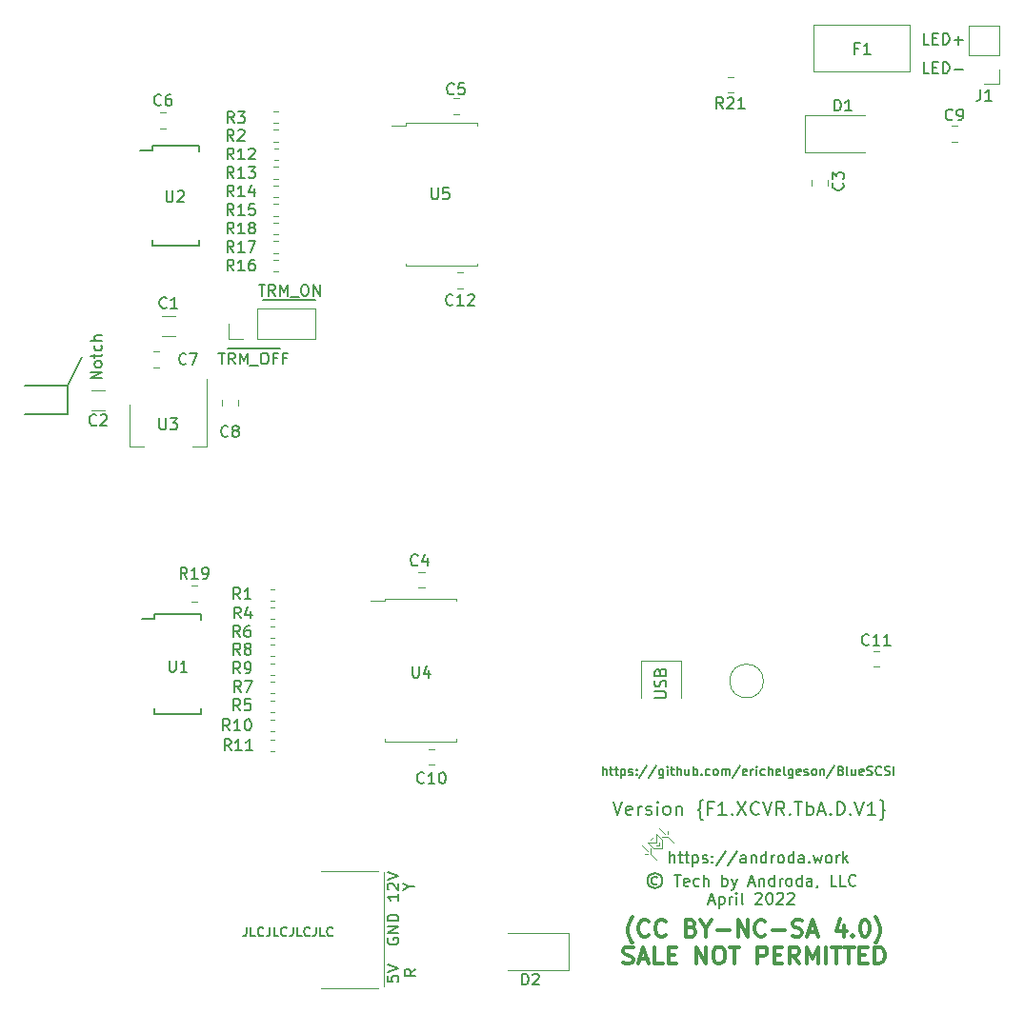
<source format=gbr>
%TF.GenerationSoftware,KiCad,Pcbnew,(6.0.2)*%
%TF.CreationDate,2022-04-15T06:16:40-06:00*%
%TF.ProjectId,XCVR_F1_SMD_V1,58435652-5f46-4315-9f53-4d445f56312e,rev?*%
%TF.SameCoordinates,Original*%
%TF.FileFunction,Legend,Top*%
%TF.FilePolarity,Positive*%
%FSLAX46Y46*%
G04 Gerber Fmt 4.6, Leading zero omitted, Abs format (unit mm)*
G04 Created by KiCad (PCBNEW (6.0.2)) date 2022-04-15 06:16:40*
%MOMM*%
%LPD*%
G01*
G04 APERTURE LIST*
%ADD10C,0.150000*%
%ADD11C,0.300000*%
%ADD12C,0.120000*%
G04 APERTURE END LIST*
D10*
X109220000Y-100330000D02*
X109220000Y-97790000D01*
X110490000Y-95250000D02*
X109220000Y-97790000D01*
X112212380Y-97154761D02*
X111212380Y-97154761D01*
X112212380Y-96583333D01*
X111212380Y-96583333D01*
X112212380Y-95964285D02*
X112164761Y-96059523D01*
X112117142Y-96107142D01*
X112021904Y-96154761D01*
X111736190Y-96154761D01*
X111640952Y-96107142D01*
X111593333Y-96059523D01*
X111545714Y-95964285D01*
X111545714Y-95821428D01*
X111593333Y-95726190D01*
X111640952Y-95678571D01*
X111736190Y-95630952D01*
X112021904Y-95630952D01*
X112117142Y-95678571D01*
X112164761Y-95726190D01*
X112212380Y-95821428D01*
X112212380Y-95964285D01*
X111545714Y-95345238D02*
X111545714Y-94964285D01*
X111212380Y-95202380D02*
X112069523Y-95202380D01*
X112164761Y-95154761D01*
X112212380Y-95059523D01*
X112212380Y-94964285D01*
X112164761Y-94202380D02*
X112212380Y-94297619D01*
X112212380Y-94488095D01*
X112164761Y-94583333D01*
X112117142Y-94630952D01*
X112021904Y-94678571D01*
X111736190Y-94678571D01*
X111640952Y-94630952D01*
X111593333Y-94583333D01*
X111545714Y-94488095D01*
X111545714Y-94297619D01*
X111593333Y-94202380D01*
X112212380Y-93773809D02*
X111212380Y-93773809D01*
X112212380Y-93345238D02*
X111688571Y-93345238D01*
X111593333Y-93392857D01*
X111545714Y-93488095D01*
X111545714Y-93630952D01*
X111593333Y-93726190D01*
X111640952Y-93773809D01*
X105410000Y-100330000D02*
X109220000Y-100330000D01*
X105410000Y-97790000D02*
X109220000Y-97790000D01*
X126532640Y-90210640D02*
X131201160Y-90210640D01*
X123431300Y-94470220D02*
X128036320Y-94470220D01*
X126157385Y-88801960D02*
X126728814Y-88801960D01*
X126443100Y-89801960D02*
X126443100Y-88801960D01*
X127633576Y-89801960D02*
X127300242Y-89325770D01*
X127062147Y-89801960D02*
X127062147Y-88801960D01*
X127443100Y-88801960D01*
X127538338Y-88849580D01*
X127585957Y-88897199D01*
X127633576Y-88992437D01*
X127633576Y-89135294D01*
X127585957Y-89230532D01*
X127538338Y-89278151D01*
X127443100Y-89325770D01*
X127062147Y-89325770D01*
X128062147Y-89801960D02*
X128062147Y-88801960D01*
X128395480Y-89516246D01*
X128728814Y-88801960D01*
X128728814Y-89801960D01*
X128966909Y-89897199D02*
X129728814Y-89897199D01*
X130157385Y-88801960D02*
X130347861Y-88801960D01*
X130443100Y-88849580D01*
X130538338Y-88944818D01*
X130585957Y-89135294D01*
X130585957Y-89468627D01*
X130538338Y-89659103D01*
X130443100Y-89754341D01*
X130347861Y-89801960D01*
X130157385Y-89801960D01*
X130062147Y-89754341D01*
X129966909Y-89659103D01*
X129919290Y-89468627D01*
X129919290Y-89135294D01*
X129966909Y-88944818D01*
X130062147Y-88849580D01*
X130157385Y-88801960D01*
X131014528Y-89801960D02*
X131014528Y-88801960D01*
X131585957Y-89801960D01*
X131585957Y-88801960D01*
X122580472Y-94880180D02*
X123151900Y-94880180D01*
X122866186Y-95880180D02*
X122866186Y-94880180D01*
X124056662Y-95880180D02*
X123723329Y-95403990D01*
X123485234Y-95880180D02*
X123485234Y-94880180D01*
X123866186Y-94880180D01*
X123961424Y-94927800D01*
X124009043Y-94975419D01*
X124056662Y-95070657D01*
X124056662Y-95213514D01*
X124009043Y-95308752D01*
X123961424Y-95356371D01*
X123866186Y-95403990D01*
X123485234Y-95403990D01*
X124485234Y-95880180D02*
X124485234Y-94880180D01*
X124818567Y-95594466D01*
X125151900Y-94880180D01*
X125151900Y-95880180D01*
X125389996Y-95975419D02*
X126151900Y-95975419D01*
X126580472Y-94880180D02*
X126770948Y-94880180D01*
X126866186Y-94927800D01*
X126961424Y-95023038D01*
X127009043Y-95213514D01*
X127009043Y-95546847D01*
X126961424Y-95737323D01*
X126866186Y-95832561D01*
X126770948Y-95880180D01*
X126580472Y-95880180D01*
X126485234Y-95832561D01*
X126389996Y-95737323D01*
X126342377Y-95546847D01*
X126342377Y-95213514D01*
X126389996Y-95023038D01*
X126485234Y-94927800D01*
X126580472Y-94880180D01*
X127770948Y-95356371D02*
X127437615Y-95356371D01*
X127437615Y-95880180D02*
X127437615Y-94880180D01*
X127913805Y-94880180D01*
X128628091Y-95356371D02*
X128294758Y-95356371D01*
X128294758Y-95880180D02*
X128294758Y-94880180D01*
X128770948Y-94880180D01*
X185732895Y-70028060D02*
X185256704Y-70028060D01*
X185256704Y-69028060D01*
X186066228Y-69504251D02*
X186399561Y-69504251D01*
X186542419Y-70028060D02*
X186066228Y-70028060D01*
X186066228Y-69028060D01*
X186542419Y-69028060D01*
X186970990Y-70028060D02*
X186970990Y-69028060D01*
X187209085Y-69028060D01*
X187351942Y-69075680D01*
X187447180Y-69170918D01*
X187494800Y-69266156D01*
X187542419Y-69456632D01*
X187542419Y-69599489D01*
X187494800Y-69789965D01*
X187447180Y-69885203D01*
X187351942Y-69980441D01*
X187209085Y-70028060D01*
X186970990Y-70028060D01*
X187970990Y-69647108D02*
X188732895Y-69647108D01*
X162705447Y-140231120D02*
X162705447Y-139231120D01*
X163134019Y-140231120D02*
X163134019Y-139707311D01*
X163086400Y-139612073D01*
X162991161Y-139564454D01*
X162848304Y-139564454D01*
X162753066Y-139612073D01*
X162705447Y-139659692D01*
X163467352Y-139564454D02*
X163848304Y-139564454D01*
X163610209Y-139231120D02*
X163610209Y-140088263D01*
X163657828Y-140183501D01*
X163753066Y-140231120D01*
X163848304Y-140231120D01*
X164038780Y-139564454D02*
X164419733Y-139564454D01*
X164181638Y-139231120D02*
X164181638Y-140088263D01*
X164229257Y-140183501D01*
X164324495Y-140231120D01*
X164419733Y-140231120D01*
X164753066Y-139564454D02*
X164753066Y-140564454D01*
X164753066Y-139612073D02*
X164848304Y-139564454D01*
X165038780Y-139564454D01*
X165134019Y-139612073D01*
X165181638Y-139659692D01*
X165229257Y-139754930D01*
X165229257Y-140040644D01*
X165181638Y-140135882D01*
X165134019Y-140183501D01*
X165038780Y-140231120D01*
X164848304Y-140231120D01*
X164753066Y-140183501D01*
X165610209Y-140183501D02*
X165705447Y-140231120D01*
X165895923Y-140231120D01*
X165991161Y-140183501D01*
X166038780Y-140088263D01*
X166038780Y-140040644D01*
X165991161Y-139945406D01*
X165895923Y-139897787D01*
X165753066Y-139897787D01*
X165657828Y-139850168D01*
X165610209Y-139754930D01*
X165610209Y-139707311D01*
X165657828Y-139612073D01*
X165753066Y-139564454D01*
X165895923Y-139564454D01*
X165991161Y-139612073D01*
X166467352Y-140135882D02*
X166514971Y-140183501D01*
X166467352Y-140231120D01*
X166419733Y-140183501D01*
X166467352Y-140135882D01*
X166467352Y-140231120D01*
X166467352Y-139612073D02*
X166514971Y-139659692D01*
X166467352Y-139707311D01*
X166419733Y-139659692D01*
X166467352Y-139612073D01*
X166467352Y-139707311D01*
X167657828Y-139183501D02*
X166800685Y-140469216D01*
X168705447Y-139183501D02*
X167848304Y-140469216D01*
X169467352Y-140231120D02*
X169467352Y-139707311D01*
X169419733Y-139612073D01*
X169324495Y-139564454D01*
X169134019Y-139564454D01*
X169038780Y-139612073D01*
X169467352Y-140183501D02*
X169372114Y-140231120D01*
X169134019Y-140231120D01*
X169038780Y-140183501D01*
X168991161Y-140088263D01*
X168991161Y-139993025D01*
X169038780Y-139897787D01*
X169134019Y-139850168D01*
X169372114Y-139850168D01*
X169467352Y-139802549D01*
X169943542Y-139564454D02*
X169943542Y-140231120D01*
X169943542Y-139659692D02*
X169991161Y-139612073D01*
X170086400Y-139564454D01*
X170229257Y-139564454D01*
X170324495Y-139612073D01*
X170372114Y-139707311D01*
X170372114Y-140231120D01*
X171276876Y-140231120D02*
X171276876Y-139231120D01*
X171276876Y-140183501D02*
X171181638Y-140231120D01*
X170991161Y-140231120D01*
X170895923Y-140183501D01*
X170848304Y-140135882D01*
X170800685Y-140040644D01*
X170800685Y-139754930D01*
X170848304Y-139659692D01*
X170895923Y-139612073D01*
X170991161Y-139564454D01*
X171181638Y-139564454D01*
X171276876Y-139612073D01*
X171753066Y-140231120D02*
X171753066Y-139564454D01*
X171753066Y-139754930D02*
X171800685Y-139659692D01*
X171848304Y-139612073D01*
X171943542Y-139564454D01*
X172038780Y-139564454D01*
X172514971Y-140231120D02*
X172419733Y-140183501D01*
X172372114Y-140135882D01*
X172324495Y-140040644D01*
X172324495Y-139754930D01*
X172372114Y-139659692D01*
X172419733Y-139612073D01*
X172514971Y-139564454D01*
X172657828Y-139564454D01*
X172753066Y-139612073D01*
X172800685Y-139659692D01*
X172848304Y-139754930D01*
X172848304Y-140040644D01*
X172800685Y-140135882D01*
X172753066Y-140183501D01*
X172657828Y-140231120D01*
X172514971Y-140231120D01*
X173705447Y-140231120D02*
X173705447Y-139231120D01*
X173705447Y-140183501D02*
X173610209Y-140231120D01*
X173419733Y-140231120D01*
X173324495Y-140183501D01*
X173276876Y-140135882D01*
X173229257Y-140040644D01*
X173229257Y-139754930D01*
X173276876Y-139659692D01*
X173324495Y-139612073D01*
X173419733Y-139564454D01*
X173610209Y-139564454D01*
X173705447Y-139612073D01*
X174610209Y-140231120D02*
X174610209Y-139707311D01*
X174562590Y-139612073D01*
X174467352Y-139564454D01*
X174276876Y-139564454D01*
X174181638Y-139612073D01*
X174610209Y-140183501D02*
X174514971Y-140231120D01*
X174276876Y-140231120D01*
X174181638Y-140183501D01*
X174134019Y-140088263D01*
X174134019Y-139993025D01*
X174181638Y-139897787D01*
X174276876Y-139850168D01*
X174514971Y-139850168D01*
X174610209Y-139802549D01*
X175086400Y-140135882D02*
X175134019Y-140183501D01*
X175086400Y-140231120D01*
X175038780Y-140183501D01*
X175086400Y-140135882D01*
X175086400Y-140231120D01*
X175467352Y-139564454D02*
X175657828Y-140231120D01*
X175848304Y-139754930D01*
X176038780Y-140231120D01*
X176229257Y-139564454D01*
X176753066Y-140231120D02*
X176657828Y-140183501D01*
X176610209Y-140135882D01*
X176562590Y-140040644D01*
X176562590Y-139754930D01*
X176610209Y-139659692D01*
X176657828Y-139612073D01*
X176753066Y-139564454D01*
X176895923Y-139564454D01*
X176991161Y-139612073D01*
X177038780Y-139659692D01*
X177086400Y-139754930D01*
X177086400Y-140040644D01*
X177038780Y-140135882D01*
X176991161Y-140183501D01*
X176895923Y-140231120D01*
X176753066Y-140231120D01*
X177514971Y-140231120D02*
X177514971Y-139564454D01*
X177514971Y-139754930D02*
X177562590Y-139659692D01*
X177610209Y-139612073D01*
X177705447Y-139564454D01*
X177800685Y-139564454D01*
X178134019Y-140231120D02*
X178134019Y-139231120D01*
X178229257Y-139850168D02*
X178514971Y-140231120D01*
X178514971Y-139564454D02*
X178134019Y-139945406D01*
X161566958Y-141539496D02*
X161471720Y-141491877D01*
X161281243Y-141491877D01*
X161186005Y-141539496D01*
X161090767Y-141634734D01*
X161043148Y-141729972D01*
X161043148Y-141920448D01*
X161090767Y-142015686D01*
X161186005Y-142110924D01*
X161281243Y-142158543D01*
X161471720Y-142158543D01*
X161566958Y-142110924D01*
X161376481Y-141158543D02*
X161138386Y-141206162D01*
X160900291Y-141349020D01*
X160757434Y-141587115D01*
X160709815Y-141825210D01*
X160757434Y-142063305D01*
X160900291Y-142301400D01*
X161138386Y-142444258D01*
X161376481Y-142491877D01*
X161614577Y-142444258D01*
X161852672Y-142301400D01*
X161995529Y-142063305D01*
X162043148Y-141825210D01*
X161995529Y-141587115D01*
X161852672Y-141349020D01*
X161614577Y-141206162D01*
X161376481Y-141158543D01*
X163090767Y-141301400D02*
X163662196Y-141301400D01*
X163376481Y-142301400D02*
X163376481Y-141301400D01*
X164376481Y-142253781D02*
X164281243Y-142301400D01*
X164090767Y-142301400D01*
X163995529Y-142253781D01*
X163947910Y-142158543D01*
X163947910Y-141777591D01*
X163995529Y-141682353D01*
X164090767Y-141634734D01*
X164281243Y-141634734D01*
X164376481Y-141682353D01*
X164424100Y-141777591D01*
X164424100Y-141872829D01*
X163947910Y-141968067D01*
X165281243Y-142253781D02*
X165186005Y-142301400D01*
X164995529Y-142301400D01*
X164900291Y-142253781D01*
X164852672Y-142206162D01*
X164805053Y-142110924D01*
X164805053Y-141825210D01*
X164852672Y-141729972D01*
X164900291Y-141682353D01*
X164995529Y-141634734D01*
X165186005Y-141634734D01*
X165281243Y-141682353D01*
X165709815Y-142301400D02*
X165709815Y-141301400D01*
X166138386Y-142301400D02*
X166138386Y-141777591D01*
X166090767Y-141682353D01*
X165995529Y-141634734D01*
X165852672Y-141634734D01*
X165757434Y-141682353D01*
X165709815Y-141729972D01*
X167376481Y-142301400D02*
X167376481Y-141301400D01*
X167376481Y-141682353D02*
X167471720Y-141634734D01*
X167662196Y-141634734D01*
X167757434Y-141682353D01*
X167805053Y-141729972D01*
X167852672Y-141825210D01*
X167852672Y-142110924D01*
X167805053Y-142206162D01*
X167757434Y-142253781D01*
X167662196Y-142301400D01*
X167471720Y-142301400D01*
X167376481Y-142253781D01*
X168186005Y-141634734D02*
X168424100Y-142301400D01*
X168662196Y-141634734D02*
X168424100Y-142301400D01*
X168328862Y-142539496D01*
X168281243Y-142587115D01*
X168186005Y-142634734D01*
X169757434Y-142015686D02*
X170233624Y-142015686D01*
X169662196Y-142301400D02*
X169995529Y-141301400D01*
X170328862Y-142301400D01*
X170662196Y-141634734D02*
X170662196Y-142301400D01*
X170662196Y-141729972D02*
X170709815Y-141682353D01*
X170805053Y-141634734D01*
X170947910Y-141634734D01*
X171043148Y-141682353D01*
X171090767Y-141777591D01*
X171090767Y-142301400D01*
X171995529Y-142301400D02*
X171995529Y-141301400D01*
X171995529Y-142253781D02*
X171900291Y-142301400D01*
X171709815Y-142301400D01*
X171614577Y-142253781D01*
X171566958Y-142206162D01*
X171519339Y-142110924D01*
X171519339Y-141825210D01*
X171566958Y-141729972D01*
X171614577Y-141682353D01*
X171709815Y-141634734D01*
X171900291Y-141634734D01*
X171995529Y-141682353D01*
X172471720Y-142301400D02*
X172471720Y-141634734D01*
X172471720Y-141825210D02*
X172519339Y-141729972D01*
X172566958Y-141682353D01*
X172662196Y-141634734D01*
X172757434Y-141634734D01*
X173233624Y-142301400D02*
X173138386Y-142253781D01*
X173090767Y-142206162D01*
X173043148Y-142110924D01*
X173043148Y-141825210D01*
X173090767Y-141729972D01*
X173138386Y-141682353D01*
X173233624Y-141634734D01*
X173376481Y-141634734D01*
X173471720Y-141682353D01*
X173519339Y-141729972D01*
X173566958Y-141825210D01*
X173566958Y-142110924D01*
X173519339Y-142206162D01*
X173471720Y-142253781D01*
X173376481Y-142301400D01*
X173233624Y-142301400D01*
X174424100Y-142301400D02*
X174424100Y-141301400D01*
X174424100Y-142253781D02*
X174328862Y-142301400D01*
X174138386Y-142301400D01*
X174043148Y-142253781D01*
X173995529Y-142206162D01*
X173947910Y-142110924D01*
X173947910Y-141825210D01*
X173995529Y-141729972D01*
X174043148Y-141682353D01*
X174138386Y-141634734D01*
X174328862Y-141634734D01*
X174424100Y-141682353D01*
X175328862Y-142301400D02*
X175328862Y-141777591D01*
X175281243Y-141682353D01*
X175186005Y-141634734D01*
X174995529Y-141634734D01*
X174900291Y-141682353D01*
X175328862Y-142253781D02*
X175233624Y-142301400D01*
X174995529Y-142301400D01*
X174900291Y-142253781D01*
X174852672Y-142158543D01*
X174852672Y-142063305D01*
X174900291Y-141968067D01*
X174995529Y-141920448D01*
X175233624Y-141920448D01*
X175328862Y-141872829D01*
X175852672Y-142253781D02*
X175852672Y-142301400D01*
X175805053Y-142396639D01*
X175757434Y-142444258D01*
X177519339Y-142301400D02*
X177043148Y-142301400D01*
X177043148Y-141301400D01*
X178328862Y-142301400D02*
X177852672Y-142301400D01*
X177852672Y-141301400D01*
X179233624Y-142206162D02*
X179186005Y-142253781D01*
X179043148Y-142301400D01*
X178947910Y-142301400D01*
X178805053Y-142253781D01*
X178709815Y-142158543D01*
X178662196Y-142063305D01*
X178614577Y-141872829D01*
X178614577Y-141729972D01*
X178662196Y-141539496D01*
X178709815Y-141444258D01*
X178805053Y-141349020D01*
X178947910Y-141301400D01*
X179043148Y-141301400D01*
X179186005Y-141349020D01*
X179233624Y-141396639D01*
X166186005Y-143625686D02*
X166662196Y-143625686D01*
X166090767Y-143911400D02*
X166424100Y-142911400D01*
X166757434Y-143911400D01*
X167090767Y-143244734D02*
X167090767Y-144244734D01*
X167090767Y-143292353D02*
X167186005Y-143244734D01*
X167376481Y-143244734D01*
X167471720Y-143292353D01*
X167519339Y-143339972D01*
X167566958Y-143435210D01*
X167566958Y-143720924D01*
X167519339Y-143816162D01*
X167471720Y-143863781D01*
X167376481Y-143911400D01*
X167186005Y-143911400D01*
X167090767Y-143863781D01*
X167995529Y-143911400D02*
X167995529Y-143244734D01*
X167995529Y-143435210D02*
X168043148Y-143339972D01*
X168090767Y-143292353D01*
X168186005Y-143244734D01*
X168281243Y-143244734D01*
X168614577Y-143911400D02*
X168614577Y-143244734D01*
X168614577Y-142911400D02*
X168566958Y-142959020D01*
X168614577Y-143006639D01*
X168662196Y-142959020D01*
X168614577Y-142911400D01*
X168614577Y-143006639D01*
X169233624Y-143911400D02*
X169138386Y-143863781D01*
X169090767Y-143768543D01*
X169090767Y-142911400D01*
X170328862Y-143006639D02*
X170376481Y-142959020D01*
X170471720Y-142911400D01*
X170709815Y-142911400D01*
X170805053Y-142959020D01*
X170852672Y-143006639D01*
X170900291Y-143101877D01*
X170900291Y-143197115D01*
X170852672Y-143339972D01*
X170281243Y-143911400D01*
X170900291Y-143911400D01*
X171519339Y-142911400D02*
X171614577Y-142911400D01*
X171709815Y-142959020D01*
X171757434Y-143006639D01*
X171805053Y-143101877D01*
X171852672Y-143292353D01*
X171852672Y-143530448D01*
X171805053Y-143720924D01*
X171757434Y-143816162D01*
X171709815Y-143863781D01*
X171614577Y-143911400D01*
X171519339Y-143911400D01*
X171424100Y-143863781D01*
X171376481Y-143816162D01*
X171328862Y-143720924D01*
X171281243Y-143530448D01*
X171281243Y-143292353D01*
X171328862Y-143101877D01*
X171376481Y-143006639D01*
X171424100Y-142959020D01*
X171519339Y-142911400D01*
X172233624Y-143006639D02*
X172281243Y-142959020D01*
X172376481Y-142911400D01*
X172614577Y-142911400D01*
X172709815Y-142959020D01*
X172757434Y-143006639D01*
X172805053Y-143101877D01*
X172805053Y-143197115D01*
X172757434Y-143339972D01*
X172186005Y-143911400D01*
X172805053Y-143911400D01*
X173186005Y-143006639D02*
X173233624Y-142959020D01*
X173328862Y-142911400D01*
X173566958Y-142911400D01*
X173662196Y-142959020D01*
X173709815Y-143006639D01*
X173757434Y-143101877D01*
X173757434Y-143197115D01*
X173709815Y-143339972D01*
X173138386Y-143911400D01*
X173757434Y-143911400D01*
X185732895Y-67442340D02*
X185256704Y-67442340D01*
X185256704Y-66442340D01*
X186066228Y-66918531D02*
X186399561Y-66918531D01*
X186542419Y-67442340D02*
X186066228Y-67442340D01*
X186066228Y-66442340D01*
X186542419Y-66442340D01*
X186970990Y-67442340D02*
X186970990Y-66442340D01*
X187209085Y-66442340D01*
X187351942Y-66489960D01*
X187447180Y-66585198D01*
X187494800Y-66680436D01*
X187542419Y-66870912D01*
X187542419Y-67013769D01*
X187494800Y-67204245D01*
X187447180Y-67299483D01*
X187351942Y-67394721D01*
X187209085Y-67442340D01*
X186970990Y-67442340D01*
X187970990Y-67061388D02*
X188732895Y-67061388D01*
X188351942Y-67442340D02*
X188351942Y-66680436D01*
X157669474Y-134778197D02*
X158069474Y-135978197D01*
X158469474Y-134778197D01*
X159326617Y-135921054D02*
X159212331Y-135978197D01*
X158983760Y-135978197D01*
X158869474Y-135921054D01*
X158812331Y-135806768D01*
X158812331Y-135349625D01*
X158869474Y-135235340D01*
X158983760Y-135178197D01*
X159212331Y-135178197D01*
X159326617Y-135235340D01*
X159383760Y-135349625D01*
X159383760Y-135463911D01*
X158812331Y-135578197D01*
X159898045Y-135978197D02*
X159898045Y-135178197D01*
X159898045Y-135406768D02*
X159955188Y-135292482D01*
X160012331Y-135235340D01*
X160126617Y-135178197D01*
X160240902Y-135178197D01*
X160583760Y-135921054D02*
X160698045Y-135978197D01*
X160926617Y-135978197D01*
X161040902Y-135921054D01*
X161098045Y-135806768D01*
X161098045Y-135749625D01*
X161040902Y-135635340D01*
X160926617Y-135578197D01*
X160755188Y-135578197D01*
X160640902Y-135521054D01*
X160583760Y-135406768D01*
X160583760Y-135349625D01*
X160640902Y-135235340D01*
X160755188Y-135178197D01*
X160926617Y-135178197D01*
X161040902Y-135235340D01*
X161612331Y-135978197D02*
X161612331Y-135178197D01*
X161612331Y-134778197D02*
X161555188Y-134835340D01*
X161612331Y-134892482D01*
X161669474Y-134835340D01*
X161612331Y-134778197D01*
X161612331Y-134892482D01*
X162355188Y-135978197D02*
X162240902Y-135921054D01*
X162183760Y-135863911D01*
X162126617Y-135749625D01*
X162126617Y-135406768D01*
X162183760Y-135292482D01*
X162240902Y-135235340D01*
X162355188Y-135178197D01*
X162526617Y-135178197D01*
X162640902Y-135235340D01*
X162698045Y-135292482D01*
X162755188Y-135406768D01*
X162755188Y-135749625D01*
X162698045Y-135863911D01*
X162640902Y-135921054D01*
X162526617Y-135978197D01*
X162355188Y-135978197D01*
X163269474Y-135178197D02*
X163269474Y-135978197D01*
X163269474Y-135292482D02*
X163326617Y-135235340D01*
X163440902Y-135178197D01*
X163612331Y-135178197D01*
X163726617Y-135235340D01*
X163783760Y-135349625D01*
X163783760Y-135978197D01*
X165612331Y-136435340D02*
X165555188Y-136435340D01*
X165440902Y-136378197D01*
X165383760Y-136263911D01*
X165383760Y-135692482D01*
X165326617Y-135578197D01*
X165212331Y-135521054D01*
X165326617Y-135463911D01*
X165383760Y-135349625D01*
X165383760Y-134778197D01*
X165440902Y-134663911D01*
X165555188Y-134606768D01*
X165612331Y-134606768D01*
X166469474Y-135349625D02*
X166069474Y-135349625D01*
X166069474Y-135978197D02*
X166069474Y-134778197D01*
X166640902Y-134778197D01*
X167726617Y-135978197D02*
X167040902Y-135978197D01*
X167383760Y-135978197D02*
X167383760Y-134778197D01*
X167269474Y-134949625D01*
X167155188Y-135063911D01*
X167040902Y-135121054D01*
X168240902Y-135863911D02*
X168298045Y-135921054D01*
X168240902Y-135978197D01*
X168183760Y-135921054D01*
X168240902Y-135863911D01*
X168240902Y-135978197D01*
X168698045Y-134778197D02*
X169498045Y-135978197D01*
X169498045Y-134778197D02*
X168698045Y-135978197D01*
X170640902Y-135863911D02*
X170583760Y-135921054D01*
X170412331Y-135978197D01*
X170298045Y-135978197D01*
X170126617Y-135921054D01*
X170012331Y-135806768D01*
X169955188Y-135692482D01*
X169898045Y-135463911D01*
X169898045Y-135292482D01*
X169955188Y-135063911D01*
X170012331Y-134949625D01*
X170126617Y-134835340D01*
X170298045Y-134778197D01*
X170412331Y-134778197D01*
X170583760Y-134835340D01*
X170640902Y-134892482D01*
X170983760Y-134778197D02*
X171383760Y-135978197D01*
X171783760Y-134778197D01*
X172869474Y-135978197D02*
X172469474Y-135406768D01*
X172183760Y-135978197D02*
X172183760Y-134778197D01*
X172640902Y-134778197D01*
X172755188Y-134835340D01*
X172812331Y-134892482D01*
X172869474Y-135006768D01*
X172869474Y-135178197D01*
X172812331Y-135292482D01*
X172755188Y-135349625D01*
X172640902Y-135406768D01*
X172183760Y-135406768D01*
X173383760Y-135863911D02*
X173440902Y-135921054D01*
X173383760Y-135978197D01*
X173326617Y-135921054D01*
X173383760Y-135863911D01*
X173383760Y-135978197D01*
X173783760Y-134778197D02*
X174469474Y-134778197D01*
X174126617Y-135978197D02*
X174126617Y-134778197D01*
X174869474Y-135978197D02*
X174869474Y-134778197D01*
X174869474Y-135235340D02*
X174983760Y-135178197D01*
X175212331Y-135178197D01*
X175326617Y-135235340D01*
X175383760Y-135292482D01*
X175440902Y-135406768D01*
X175440902Y-135749625D01*
X175383760Y-135863911D01*
X175326617Y-135921054D01*
X175212331Y-135978197D01*
X174983760Y-135978197D01*
X174869474Y-135921054D01*
X175898045Y-135635340D02*
X176469474Y-135635340D01*
X175783760Y-135978197D02*
X176183760Y-134778197D01*
X176583760Y-135978197D01*
X176983760Y-135863911D02*
X177040902Y-135921054D01*
X176983760Y-135978197D01*
X176926617Y-135921054D01*
X176983760Y-135863911D01*
X176983760Y-135978197D01*
X177555188Y-135978197D02*
X177555188Y-134778197D01*
X177840902Y-134778197D01*
X178012331Y-134835340D01*
X178126617Y-134949625D01*
X178183760Y-135063911D01*
X178240902Y-135292482D01*
X178240902Y-135463911D01*
X178183760Y-135692482D01*
X178126617Y-135806768D01*
X178012331Y-135921054D01*
X177840902Y-135978197D01*
X177555188Y-135978197D01*
X178755188Y-135863911D02*
X178812331Y-135921054D01*
X178755188Y-135978197D01*
X178698045Y-135921054D01*
X178755188Y-135863911D01*
X178755188Y-135978197D01*
X179155188Y-134778197D02*
X179555188Y-135978197D01*
X179955188Y-134778197D01*
X180983760Y-135978197D02*
X180298045Y-135978197D01*
X180640902Y-135978197D02*
X180640902Y-134778197D01*
X180526617Y-134949625D01*
X180412331Y-135063911D01*
X180298045Y-135121054D01*
X181383760Y-136435340D02*
X181440902Y-136435340D01*
X181555188Y-136378197D01*
X181612331Y-136263911D01*
X181612331Y-135692482D01*
X181669474Y-135578197D01*
X181783760Y-135521054D01*
X181669474Y-135463911D01*
X181612331Y-135349625D01*
X181612331Y-134778197D01*
X181555188Y-134663911D01*
X181440902Y-134606768D01*
X181383760Y-134606768D01*
D11*
X159394285Y-147362500D02*
X159322857Y-147291071D01*
X159180000Y-147076785D01*
X159108571Y-146933928D01*
X159037142Y-146719642D01*
X158965714Y-146362500D01*
X158965714Y-146076785D01*
X159037142Y-145719642D01*
X159108571Y-145505357D01*
X159180000Y-145362500D01*
X159322857Y-145148214D01*
X159394285Y-145076785D01*
X160822857Y-146648214D02*
X160751428Y-146719642D01*
X160537142Y-146791071D01*
X160394285Y-146791071D01*
X160180000Y-146719642D01*
X160037142Y-146576785D01*
X159965714Y-146433928D01*
X159894285Y-146148214D01*
X159894285Y-145933928D01*
X159965714Y-145648214D01*
X160037142Y-145505357D01*
X160180000Y-145362500D01*
X160394285Y-145291071D01*
X160537142Y-145291071D01*
X160751428Y-145362500D01*
X160822857Y-145433928D01*
X162322857Y-146648214D02*
X162251428Y-146719642D01*
X162037142Y-146791071D01*
X161894285Y-146791071D01*
X161680000Y-146719642D01*
X161537142Y-146576785D01*
X161465714Y-146433928D01*
X161394285Y-146148214D01*
X161394285Y-145933928D01*
X161465714Y-145648214D01*
X161537142Y-145505357D01*
X161680000Y-145362500D01*
X161894285Y-145291071D01*
X162037142Y-145291071D01*
X162251428Y-145362500D01*
X162322857Y-145433928D01*
X164608571Y-146005357D02*
X164822857Y-146076785D01*
X164894285Y-146148214D01*
X164965714Y-146291071D01*
X164965714Y-146505357D01*
X164894285Y-146648214D01*
X164822857Y-146719642D01*
X164680000Y-146791071D01*
X164108571Y-146791071D01*
X164108571Y-145291071D01*
X164608571Y-145291071D01*
X164751428Y-145362500D01*
X164822857Y-145433928D01*
X164894285Y-145576785D01*
X164894285Y-145719642D01*
X164822857Y-145862500D01*
X164751428Y-145933928D01*
X164608571Y-146005357D01*
X164108571Y-146005357D01*
X165894285Y-146076785D02*
X165894285Y-146791071D01*
X165394285Y-145291071D02*
X165894285Y-146076785D01*
X166394285Y-145291071D01*
X166894285Y-146219642D02*
X168037142Y-146219642D01*
X168751428Y-146791071D02*
X168751428Y-145291071D01*
X169608571Y-146791071D01*
X169608571Y-145291071D01*
X171180000Y-146648214D02*
X171108571Y-146719642D01*
X170894285Y-146791071D01*
X170751428Y-146791071D01*
X170537142Y-146719642D01*
X170394285Y-146576785D01*
X170322857Y-146433928D01*
X170251428Y-146148214D01*
X170251428Y-145933928D01*
X170322857Y-145648214D01*
X170394285Y-145505357D01*
X170537142Y-145362500D01*
X170751428Y-145291071D01*
X170894285Y-145291071D01*
X171108571Y-145362500D01*
X171180000Y-145433928D01*
X171822857Y-146219642D02*
X172965714Y-146219642D01*
X173608571Y-146719642D02*
X173822857Y-146791071D01*
X174180000Y-146791071D01*
X174322857Y-146719642D01*
X174394285Y-146648214D01*
X174465714Y-146505357D01*
X174465714Y-146362500D01*
X174394285Y-146219642D01*
X174322857Y-146148214D01*
X174180000Y-146076785D01*
X173894285Y-146005357D01*
X173751428Y-145933928D01*
X173680000Y-145862500D01*
X173608571Y-145719642D01*
X173608571Y-145576785D01*
X173680000Y-145433928D01*
X173751428Y-145362500D01*
X173894285Y-145291071D01*
X174251428Y-145291071D01*
X174465714Y-145362500D01*
X175037142Y-146362500D02*
X175751428Y-146362500D01*
X174894285Y-146791071D02*
X175394285Y-145291071D01*
X175894285Y-146791071D01*
X178180000Y-145791071D02*
X178180000Y-146791071D01*
X177822857Y-145219642D02*
X177465714Y-146291071D01*
X178394285Y-146291071D01*
X178965714Y-146648214D02*
X179037142Y-146719642D01*
X178965714Y-146791071D01*
X178894285Y-146719642D01*
X178965714Y-146648214D01*
X178965714Y-146791071D01*
X179965714Y-145291071D02*
X180108571Y-145291071D01*
X180251428Y-145362500D01*
X180322857Y-145433928D01*
X180394285Y-145576785D01*
X180465714Y-145862500D01*
X180465714Y-146219642D01*
X180394285Y-146505357D01*
X180322857Y-146648214D01*
X180251428Y-146719642D01*
X180108571Y-146791071D01*
X179965714Y-146791071D01*
X179822857Y-146719642D01*
X179751428Y-146648214D01*
X179680000Y-146505357D01*
X179608571Y-146219642D01*
X179608571Y-145862500D01*
X179680000Y-145576785D01*
X179751428Y-145433928D01*
X179822857Y-145362500D01*
X179965714Y-145291071D01*
X180965714Y-147362500D02*
X181037142Y-147291071D01*
X181180000Y-147076785D01*
X181251428Y-146933928D01*
X181322857Y-146719642D01*
X181394285Y-146362500D01*
X181394285Y-146076785D01*
X181322857Y-145719642D01*
X181251428Y-145505357D01*
X181180000Y-145362500D01*
X181037142Y-145148214D01*
X180965714Y-145076785D01*
X158572857Y-149134642D02*
X158787142Y-149206071D01*
X159144285Y-149206071D01*
X159287142Y-149134642D01*
X159358571Y-149063214D01*
X159430000Y-148920357D01*
X159430000Y-148777500D01*
X159358571Y-148634642D01*
X159287142Y-148563214D01*
X159144285Y-148491785D01*
X158858571Y-148420357D01*
X158715714Y-148348928D01*
X158644285Y-148277500D01*
X158572857Y-148134642D01*
X158572857Y-147991785D01*
X158644285Y-147848928D01*
X158715714Y-147777500D01*
X158858571Y-147706071D01*
X159215714Y-147706071D01*
X159430000Y-147777500D01*
X160001428Y-148777500D02*
X160715714Y-148777500D01*
X159858571Y-149206071D02*
X160358571Y-147706071D01*
X160858571Y-149206071D01*
X162072857Y-149206071D02*
X161358571Y-149206071D01*
X161358571Y-147706071D01*
X162572857Y-148420357D02*
X163072857Y-148420357D01*
X163287142Y-149206071D02*
X162572857Y-149206071D01*
X162572857Y-147706071D01*
X163287142Y-147706071D01*
X165072857Y-149206071D02*
X165072857Y-147706071D01*
X165930000Y-149206071D01*
X165930000Y-147706071D01*
X166930000Y-147706071D02*
X167215714Y-147706071D01*
X167358571Y-147777500D01*
X167501428Y-147920357D01*
X167572857Y-148206071D01*
X167572857Y-148706071D01*
X167501428Y-148991785D01*
X167358571Y-149134642D01*
X167215714Y-149206071D01*
X166930000Y-149206071D01*
X166787142Y-149134642D01*
X166644285Y-148991785D01*
X166572857Y-148706071D01*
X166572857Y-148206071D01*
X166644285Y-147920357D01*
X166787142Y-147777500D01*
X166930000Y-147706071D01*
X168001428Y-147706071D02*
X168858571Y-147706071D01*
X168430000Y-149206071D02*
X168430000Y-147706071D01*
X170501428Y-149206071D02*
X170501428Y-147706071D01*
X171072857Y-147706071D01*
X171215714Y-147777500D01*
X171287142Y-147848928D01*
X171358571Y-147991785D01*
X171358571Y-148206071D01*
X171287142Y-148348928D01*
X171215714Y-148420357D01*
X171072857Y-148491785D01*
X170501428Y-148491785D01*
X172001428Y-148420357D02*
X172501428Y-148420357D01*
X172715714Y-149206071D02*
X172001428Y-149206071D01*
X172001428Y-147706071D01*
X172715714Y-147706071D01*
X174215714Y-149206071D02*
X173715714Y-148491785D01*
X173358571Y-149206071D02*
X173358571Y-147706071D01*
X173930000Y-147706071D01*
X174072857Y-147777500D01*
X174144285Y-147848928D01*
X174215714Y-147991785D01*
X174215714Y-148206071D01*
X174144285Y-148348928D01*
X174072857Y-148420357D01*
X173930000Y-148491785D01*
X173358571Y-148491785D01*
X174858571Y-149206071D02*
X174858571Y-147706071D01*
X175358571Y-148777500D01*
X175858571Y-147706071D01*
X175858571Y-149206071D01*
X176572857Y-149206071D02*
X176572857Y-147706071D01*
X177072857Y-147706071D02*
X177930000Y-147706071D01*
X177501428Y-149206071D02*
X177501428Y-147706071D01*
X178215714Y-147706071D02*
X179072857Y-147706071D01*
X178644285Y-149206071D02*
X178644285Y-147706071D01*
X179572857Y-148420357D02*
X180072857Y-148420357D01*
X180287142Y-149206071D02*
X179572857Y-149206071D01*
X179572857Y-147706071D01*
X180287142Y-147706071D01*
X180930000Y-149206071D02*
X180930000Y-147706071D01*
X181287142Y-147706071D01*
X181501428Y-147777500D01*
X181644285Y-147920357D01*
X181715714Y-148063214D01*
X181787142Y-148348928D01*
X181787142Y-148563214D01*
X181715714Y-148848928D01*
X181644285Y-148991785D01*
X181501428Y-149134642D01*
X181287142Y-149206071D01*
X180930000Y-149206071D01*
D10*
X125087841Y-145944644D02*
X125087841Y-146516073D01*
X125049746Y-146630359D01*
X124973556Y-146706549D01*
X124859270Y-146744644D01*
X124783080Y-146744644D01*
X125849746Y-146744644D02*
X125468794Y-146744644D01*
X125468794Y-145944644D01*
X126573556Y-146668454D02*
X126535460Y-146706549D01*
X126421175Y-146744644D01*
X126344984Y-146744644D01*
X126230699Y-146706549D01*
X126154508Y-146630359D01*
X126116413Y-146554168D01*
X126078318Y-146401787D01*
X126078318Y-146287501D01*
X126116413Y-146135120D01*
X126154508Y-146058930D01*
X126230699Y-145982740D01*
X126344984Y-145944644D01*
X126421175Y-145944644D01*
X126535460Y-145982740D01*
X126573556Y-146020835D01*
X127144984Y-145944644D02*
X127144984Y-146516073D01*
X127106889Y-146630359D01*
X127030699Y-146706549D01*
X126916413Y-146744644D01*
X126840222Y-146744644D01*
X127906889Y-146744644D02*
X127525937Y-146744644D01*
X127525937Y-145944644D01*
X128630699Y-146668454D02*
X128592603Y-146706549D01*
X128478318Y-146744644D01*
X128402127Y-146744644D01*
X128287841Y-146706549D01*
X128211651Y-146630359D01*
X128173556Y-146554168D01*
X128135460Y-146401787D01*
X128135460Y-146287501D01*
X128173556Y-146135120D01*
X128211651Y-146058930D01*
X128287841Y-145982740D01*
X128402127Y-145944644D01*
X128478318Y-145944644D01*
X128592603Y-145982740D01*
X128630699Y-146020835D01*
X129202127Y-145944644D02*
X129202127Y-146516073D01*
X129164032Y-146630359D01*
X129087841Y-146706549D01*
X128973556Y-146744644D01*
X128897365Y-146744644D01*
X129964032Y-146744644D02*
X129583080Y-146744644D01*
X129583080Y-145944644D01*
X130687841Y-146668454D02*
X130649746Y-146706549D01*
X130535460Y-146744644D01*
X130459270Y-146744644D01*
X130344984Y-146706549D01*
X130268794Y-146630359D01*
X130230699Y-146554168D01*
X130192603Y-146401787D01*
X130192603Y-146287501D01*
X130230699Y-146135120D01*
X130268794Y-146058930D01*
X130344984Y-145982740D01*
X130459270Y-145944644D01*
X130535460Y-145944644D01*
X130649746Y-145982740D01*
X130687841Y-146020835D01*
X131259270Y-145944644D02*
X131259270Y-146516073D01*
X131221175Y-146630359D01*
X131144984Y-146706549D01*
X131030699Y-146744644D01*
X130954508Y-146744644D01*
X132021175Y-146744644D02*
X131640222Y-146744644D01*
X131640222Y-145944644D01*
X132744984Y-146668454D02*
X132706889Y-146706549D01*
X132592603Y-146744644D01*
X132516413Y-146744644D01*
X132402127Y-146706549D01*
X132325937Y-146630359D01*
X132287841Y-146554168D01*
X132249746Y-146401787D01*
X132249746Y-146287501D01*
X132287841Y-146135120D01*
X132325937Y-146058930D01*
X132402127Y-145982740D01*
X132516413Y-145944644D01*
X132592603Y-145944644D01*
X132706889Y-145982740D01*
X132744984Y-146020835D01*
X156723426Y-132441904D02*
X156723426Y-131641904D01*
X157066283Y-132441904D02*
X157066283Y-132022857D01*
X157028188Y-131946666D01*
X156951998Y-131908571D01*
X156837712Y-131908571D01*
X156761521Y-131946666D01*
X156723426Y-131984761D01*
X157332950Y-131908571D02*
X157637712Y-131908571D01*
X157447236Y-131641904D02*
X157447236Y-132327619D01*
X157485331Y-132403809D01*
X157561521Y-132441904D01*
X157637712Y-132441904D01*
X157790093Y-131908571D02*
X158094855Y-131908571D01*
X157904379Y-131641904D02*
X157904379Y-132327619D01*
X157942474Y-132403809D01*
X158018664Y-132441904D01*
X158094855Y-132441904D01*
X158361521Y-131908571D02*
X158361521Y-132708571D01*
X158361521Y-131946666D02*
X158437712Y-131908571D01*
X158590093Y-131908571D01*
X158666283Y-131946666D01*
X158704379Y-131984761D01*
X158742474Y-132060952D01*
X158742474Y-132289523D01*
X158704379Y-132365714D01*
X158666283Y-132403809D01*
X158590093Y-132441904D01*
X158437712Y-132441904D01*
X158361521Y-132403809D01*
X159047236Y-132403809D02*
X159123426Y-132441904D01*
X159275807Y-132441904D01*
X159351998Y-132403809D01*
X159390093Y-132327619D01*
X159390093Y-132289523D01*
X159351998Y-132213333D01*
X159275807Y-132175238D01*
X159161521Y-132175238D01*
X159085331Y-132137142D01*
X159047236Y-132060952D01*
X159047236Y-132022857D01*
X159085331Y-131946666D01*
X159161521Y-131908571D01*
X159275807Y-131908571D01*
X159351998Y-131946666D01*
X159732950Y-132365714D02*
X159771045Y-132403809D01*
X159732950Y-132441904D01*
X159694855Y-132403809D01*
X159732950Y-132365714D01*
X159732950Y-132441904D01*
X159732950Y-131946666D02*
X159771045Y-131984761D01*
X159732950Y-132022857D01*
X159694855Y-131984761D01*
X159732950Y-131946666D01*
X159732950Y-132022857D01*
X160685331Y-131603809D02*
X159999617Y-132632380D01*
X161523426Y-131603809D02*
X160837712Y-132632380D01*
X162132950Y-131908571D02*
X162132950Y-132556190D01*
X162094855Y-132632380D01*
X162056760Y-132670476D01*
X161980569Y-132708571D01*
X161866283Y-132708571D01*
X161790093Y-132670476D01*
X162132950Y-132403809D02*
X162056760Y-132441904D01*
X161904379Y-132441904D01*
X161828188Y-132403809D01*
X161790093Y-132365714D01*
X161751998Y-132289523D01*
X161751998Y-132060952D01*
X161790093Y-131984761D01*
X161828188Y-131946666D01*
X161904379Y-131908571D01*
X162056760Y-131908571D01*
X162132950Y-131946666D01*
X162513902Y-132441904D02*
X162513902Y-131908571D01*
X162513902Y-131641904D02*
X162475807Y-131680000D01*
X162513902Y-131718095D01*
X162551998Y-131680000D01*
X162513902Y-131641904D01*
X162513902Y-131718095D01*
X162780569Y-131908571D02*
X163085331Y-131908571D01*
X162894855Y-131641904D02*
X162894855Y-132327619D01*
X162932950Y-132403809D01*
X163009140Y-132441904D01*
X163085331Y-132441904D01*
X163351998Y-132441904D02*
X163351998Y-131641904D01*
X163694855Y-132441904D02*
X163694855Y-132022857D01*
X163656760Y-131946666D01*
X163580569Y-131908571D01*
X163466283Y-131908571D01*
X163390093Y-131946666D01*
X163351998Y-131984761D01*
X164418664Y-131908571D02*
X164418664Y-132441904D01*
X164075807Y-131908571D02*
X164075807Y-132327619D01*
X164113902Y-132403809D01*
X164190093Y-132441904D01*
X164304379Y-132441904D01*
X164380569Y-132403809D01*
X164418664Y-132365714D01*
X164799617Y-132441904D02*
X164799617Y-131641904D01*
X164799617Y-131946666D02*
X164875807Y-131908571D01*
X165028188Y-131908571D01*
X165104379Y-131946666D01*
X165142474Y-131984761D01*
X165180569Y-132060952D01*
X165180569Y-132289523D01*
X165142474Y-132365714D01*
X165104379Y-132403809D01*
X165028188Y-132441904D01*
X164875807Y-132441904D01*
X164799617Y-132403809D01*
X165523426Y-132365714D02*
X165561521Y-132403809D01*
X165523426Y-132441904D01*
X165485331Y-132403809D01*
X165523426Y-132365714D01*
X165523426Y-132441904D01*
X166247236Y-132403809D02*
X166171045Y-132441904D01*
X166018664Y-132441904D01*
X165942474Y-132403809D01*
X165904379Y-132365714D01*
X165866283Y-132289523D01*
X165866283Y-132060952D01*
X165904379Y-131984761D01*
X165942474Y-131946666D01*
X166018664Y-131908571D01*
X166171045Y-131908571D01*
X166247236Y-131946666D01*
X166704379Y-132441904D02*
X166628188Y-132403809D01*
X166590093Y-132365714D01*
X166551998Y-132289523D01*
X166551998Y-132060952D01*
X166590093Y-131984761D01*
X166628188Y-131946666D01*
X166704379Y-131908571D01*
X166818664Y-131908571D01*
X166894855Y-131946666D01*
X166932950Y-131984761D01*
X166971045Y-132060952D01*
X166971045Y-132289523D01*
X166932950Y-132365714D01*
X166894855Y-132403809D01*
X166818664Y-132441904D01*
X166704379Y-132441904D01*
X167313902Y-132441904D02*
X167313902Y-131908571D01*
X167313902Y-131984761D02*
X167351998Y-131946666D01*
X167428188Y-131908571D01*
X167542474Y-131908571D01*
X167618664Y-131946666D01*
X167656760Y-132022857D01*
X167656760Y-132441904D01*
X167656760Y-132022857D02*
X167694855Y-131946666D01*
X167771045Y-131908571D01*
X167885331Y-131908571D01*
X167961521Y-131946666D01*
X167999617Y-132022857D01*
X167999617Y-132441904D01*
X168951998Y-131603809D02*
X168266283Y-132632380D01*
X169523426Y-132403809D02*
X169447236Y-132441904D01*
X169294855Y-132441904D01*
X169218664Y-132403809D01*
X169180569Y-132327619D01*
X169180569Y-132022857D01*
X169218664Y-131946666D01*
X169294855Y-131908571D01*
X169447236Y-131908571D01*
X169523426Y-131946666D01*
X169561521Y-132022857D01*
X169561521Y-132099047D01*
X169180569Y-132175238D01*
X169904379Y-132441904D02*
X169904379Y-131908571D01*
X169904379Y-132060952D02*
X169942474Y-131984761D01*
X169980569Y-131946666D01*
X170056760Y-131908571D01*
X170132950Y-131908571D01*
X170399617Y-132441904D02*
X170399617Y-131908571D01*
X170399617Y-131641904D02*
X170361521Y-131680000D01*
X170399617Y-131718095D01*
X170437712Y-131680000D01*
X170399617Y-131641904D01*
X170399617Y-131718095D01*
X171123426Y-132403809D02*
X171047236Y-132441904D01*
X170894855Y-132441904D01*
X170818664Y-132403809D01*
X170780569Y-132365714D01*
X170742474Y-132289523D01*
X170742474Y-132060952D01*
X170780569Y-131984761D01*
X170818664Y-131946666D01*
X170894855Y-131908571D01*
X171047236Y-131908571D01*
X171123426Y-131946666D01*
X171466283Y-132441904D02*
X171466283Y-131641904D01*
X171809140Y-132441904D02*
X171809140Y-132022857D01*
X171771045Y-131946666D01*
X171694855Y-131908571D01*
X171580569Y-131908571D01*
X171504379Y-131946666D01*
X171466283Y-131984761D01*
X172494855Y-132403809D02*
X172418664Y-132441904D01*
X172266283Y-132441904D01*
X172190093Y-132403809D01*
X172151998Y-132327619D01*
X172151998Y-132022857D01*
X172190093Y-131946666D01*
X172266283Y-131908571D01*
X172418664Y-131908571D01*
X172494855Y-131946666D01*
X172532950Y-132022857D01*
X172532950Y-132099047D01*
X172151998Y-132175238D01*
X172990093Y-132441904D02*
X172913902Y-132403809D01*
X172875807Y-132327619D01*
X172875807Y-131641904D01*
X173637712Y-131908571D02*
X173637712Y-132556190D01*
X173599617Y-132632380D01*
X173561521Y-132670476D01*
X173485331Y-132708571D01*
X173371045Y-132708571D01*
X173294855Y-132670476D01*
X173637712Y-132403809D02*
X173561521Y-132441904D01*
X173409140Y-132441904D01*
X173332950Y-132403809D01*
X173294855Y-132365714D01*
X173256760Y-132289523D01*
X173256760Y-132060952D01*
X173294855Y-131984761D01*
X173332950Y-131946666D01*
X173409140Y-131908571D01*
X173561521Y-131908571D01*
X173637712Y-131946666D01*
X174323426Y-132403809D02*
X174247236Y-132441904D01*
X174094855Y-132441904D01*
X174018664Y-132403809D01*
X173980569Y-132327619D01*
X173980569Y-132022857D01*
X174018664Y-131946666D01*
X174094855Y-131908571D01*
X174247236Y-131908571D01*
X174323426Y-131946666D01*
X174361521Y-132022857D01*
X174361521Y-132099047D01*
X173980569Y-132175238D01*
X174666283Y-132403809D02*
X174742474Y-132441904D01*
X174894855Y-132441904D01*
X174971045Y-132403809D01*
X175009140Y-132327619D01*
X175009140Y-132289523D01*
X174971045Y-132213333D01*
X174894855Y-132175238D01*
X174780569Y-132175238D01*
X174704379Y-132137142D01*
X174666283Y-132060952D01*
X174666283Y-132022857D01*
X174704379Y-131946666D01*
X174780569Y-131908571D01*
X174894855Y-131908571D01*
X174971045Y-131946666D01*
X175466283Y-132441904D02*
X175390093Y-132403809D01*
X175351998Y-132365714D01*
X175313902Y-132289523D01*
X175313902Y-132060952D01*
X175351998Y-131984761D01*
X175390093Y-131946666D01*
X175466283Y-131908571D01*
X175580569Y-131908571D01*
X175656760Y-131946666D01*
X175694855Y-131984761D01*
X175732950Y-132060952D01*
X175732950Y-132289523D01*
X175694855Y-132365714D01*
X175656760Y-132403809D01*
X175580569Y-132441904D01*
X175466283Y-132441904D01*
X176075807Y-131908571D02*
X176075807Y-132441904D01*
X176075807Y-131984761D02*
X176113902Y-131946666D01*
X176190093Y-131908571D01*
X176304379Y-131908571D01*
X176380569Y-131946666D01*
X176418664Y-132022857D01*
X176418664Y-132441904D01*
X177371045Y-131603809D02*
X176685331Y-132632380D01*
X177904379Y-132022857D02*
X178018664Y-132060952D01*
X178056760Y-132099047D01*
X178094855Y-132175238D01*
X178094855Y-132289523D01*
X178056760Y-132365714D01*
X178018664Y-132403809D01*
X177942474Y-132441904D01*
X177637712Y-132441904D01*
X177637712Y-131641904D01*
X177904379Y-131641904D01*
X177980569Y-131680000D01*
X178018664Y-131718095D01*
X178056760Y-131794285D01*
X178056760Y-131870476D01*
X178018664Y-131946666D01*
X177980569Y-131984761D01*
X177904379Y-132022857D01*
X177637712Y-132022857D01*
X178551998Y-132441904D02*
X178475807Y-132403809D01*
X178437712Y-132327619D01*
X178437712Y-131641904D01*
X179199617Y-131908571D02*
X179199617Y-132441904D01*
X178856760Y-131908571D02*
X178856760Y-132327619D01*
X178894855Y-132403809D01*
X178971045Y-132441904D01*
X179085331Y-132441904D01*
X179161521Y-132403809D01*
X179199617Y-132365714D01*
X179885331Y-132403809D02*
X179809140Y-132441904D01*
X179656760Y-132441904D01*
X179580569Y-132403809D01*
X179542474Y-132327619D01*
X179542474Y-132022857D01*
X179580569Y-131946666D01*
X179656760Y-131908571D01*
X179809140Y-131908571D01*
X179885331Y-131946666D01*
X179923426Y-132022857D01*
X179923426Y-132099047D01*
X179542474Y-132175238D01*
X180228188Y-132403809D02*
X180342474Y-132441904D01*
X180532950Y-132441904D01*
X180609140Y-132403809D01*
X180647236Y-132365714D01*
X180685331Y-132289523D01*
X180685331Y-132213333D01*
X180647236Y-132137142D01*
X180609140Y-132099047D01*
X180532950Y-132060952D01*
X180380569Y-132022857D01*
X180304379Y-131984761D01*
X180266283Y-131946666D01*
X180228188Y-131870476D01*
X180228188Y-131794285D01*
X180266283Y-131718095D01*
X180304379Y-131680000D01*
X180380569Y-131641904D01*
X180571045Y-131641904D01*
X180685331Y-131680000D01*
X181485331Y-132365714D02*
X181447236Y-132403809D01*
X181332950Y-132441904D01*
X181256760Y-132441904D01*
X181142474Y-132403809D01*
X181066283Y-132327619D01*
X181028188Y-132251428D01*
X180990093Y-132099047D01*
X180990093Y-131984761D01*
X181028188Y-131832380D01*
X181066283Y-131756190D01*
X181142474Y-131680000D01*
X181256760Y-131641904D01*
X181332950Y-131641904D01*
X181447236Y-131680000D01*
X181485331Y-131718095D01*
X181790093Y-132403809D02*
X181904379Y-132441904D01*
X182094855Y-132441904D01*
X182171045Y-132403809D01*
X182209140Y-132365714D01*
X182247236Y-132289523D01*
X182247236Y-132213333D01*
X182209140Y-132137142D01*
X182171045Y-132099047D01*
X182094855Y-132060952D01*
X181942474Y-132022857D01*
X181866283Y-131984761D01*
X181828188Y-131946666D01*
X181790093Y-131870476D01*
X181790093Y-131794285D01*
X181828188Y-131718095D01*
X181866283Y-131680000D01*
X181942474Y-131641904D01*
X182132950Y-131641904D01*
X182247236Y-131680000D01*
X182590093Y-132441904D02*
X182590093Y-131641904D01*
%TO.C,R6*%
X124501613Y-120142260D02*
X124168280Y-119666070D01*
X123930184Y-120142260D02*
X123930184Y-119142260D01*
X124311137Y-119142260D01*
X124406375Y-119189880D01*
X124453994Y-119237499D01*
X124501613Y-119332737D01*
X124501613Y-119475594D01*
X124453994Y-119570832D01*
X124406375Y-119618451D01*
X124311137Y-119666070D01*
X123930184Y-119666070D01*
X125358756Y-119142260D02*
X125168280Y-119142260D01*
X125073041Y-119189880D01*
X125025422Y-119237499D01*
X124930184Y-119380356D01*
X124882565Y-119570832D01*
X124882565Y-119951784D01*
X124930184Y-120047022D01*
X124977803Y-120094641D01*
X125073041Y-120142260D01*
X125263518Y-120142260D01*
X125358756Y-120094641D01*
X125406375Y-120047022D01*
X125453994Y-119951784D01*
X125453994Y-119713689D01*
X125406375Y-119618451D01*
X125358756Y-119570832D01*
X125263518Y-119523213D01*
X125073041Y-119523213D01*
X124977803Y-119570832D01*
X124930184Y-119618451D01*
X124882565Y-119713689D01*
%TO.C,R4*%
X124565113Y-118491260D02*
X124231780Y-118015070D01*
X123993684Y-118491260D02*
X123993684Y-117491260D01*
X124374637Y-117491260D01*
X124469875Y-117538880D01*
X124517494Y-117586499D01*
X124565113Y-117681737D01*
X124565113Y-117824594D01*
X124517494Y-117919832D01*
X124469875Y-117967451D01*
X124374637Y-118015070D01*
X123993684Y-118015070D01*
X125422256Y-117824594D02*
X125422256Y-118491260D01*
X125184160Y-117443641D02*
X124946065Y-118157927D01*
X125565113Y-118157927D01*
%TO.C,R5*%
X124515613Y-126682760D02*
X124182280Y-126206570D01*
X123944184Y-126682760D02*
X123944184Y-125682760D01*
X124325137Y-125682760D01*
X124420375Y-125730380D01*
X124467994Y-125777999D01*
X124515613Y-125873237D01*
X124515613Y-126016094D01*
X124467994Y-126111332D01*
X124420375Y-126158951D01*
X124325137Y-126206570D01*
X123944184Y-126206570D01*
X125420375Y-125682760D02*
X124944184Y-125682760D01*
X124896565Y-126158951D01*
X124944184Y-126111332D01*
X125039422Y-126063713D01*
X125277518Y-126063713D01*
X125372756Y-126111332D01*
X125420375Y-126158951D01*
X125467994Y-126254189D01*
X125467994Y-126492284D01*
X125420375Y-126587522D01*
X125372756Y-126635141D01*
X125277518Y-126682760D01*
X125039422Y-126682760D01*
X124944184Y-126635141D01*
X124896565Y-126587522D01*
%TO.C,R10*%
X123580922Y-128460760D02*
X123247589Y-127984570D01*
X123009494Y-128460760D02*
X123009494Y-127460760D01*
X123390446Y-127460760D01*
X123485684Y-127508380D01*
X123533303Y-127555999D01*
X123580922Y-127651237D01*
X123580922Y-127794094D01*
X123533303Y-127889332D01*
X123485684Y-127936951D01*
X123390446Y-127984570D01*
X123009494Y-127984570D01*
X124533303Y-128460760D02*
X123961875Y-128460760D01*
X124247589Y-128460760D02*
X124247589Y-127460760D01*
X124152351Y-127603618D01*
X124057113Y-127698856D01*
X123961875Y-127746475D01*
X125152351Y-127460760D02*
X125247589Y-127460760D01*
X125342827Y-127508380D01*
X125390446Y-127555999D01*
X125438065Y-127651237D01*
X125485684Y-127841713D01*
X125485684Y-128079808D01*
X125438065Y-128270284D01*
X125390446Y-128365522D01*
X125342827Y-128413141D01*
X125247589Y-128460760D01*
X125152351Y-128460760D01*
X125057113Y-128413141D01*
X125009494Y-128365522D01*
X124961875Y-128270284D01*
X124914256Y-128079808D01*
X124914256Y-127841713D01*
X124961875Y-127651237D01*
X125009494Y-127555999D01*
X125057113Y-127508380D01*
X125152351Y-127460760D01*
%TO.C,R7*%
X124565113Y-125031760D02*
X124231780Y-124555570D01*
X123993684Y-125031760D02*
X123993684Y-124031760D01*
X124374637Y-124031760D01*
X124469875Y-124079380D01*
X124517494Y-124126999D01*
X124565113Y-124222237D01*
X124565113Y-124365094D01*
X124517494Y-124460332D01*
X124469875Y-124507951D01*
X124374637Y-124555570D01*
X123993684Y-124555570D01*
X124898446Y-124031760D02*
X125565113Y-124031760D01*
X125136541Y-125031760D01*
%TO.C,R8*%
X124515613Y-121729760D02*
X124182280Y-121253570D01*
X123944184Y-121729760D02*
X123944184Y-120729760D01*
X124325137Y-120729760D01*
X124420375Y-120777380D01*
X124467994Y-120824999D01*
X124515613Y-120920237D01*
X124515613Y-121063094D01*
X124467994Y-121158332D01*
X124420375Y-121205951D01*
X124325137Y-121253570D01*
X123944184Y-121253570D01*
X125087041Y-121158332D02*
X124991803Y-121110713D01*
X124944184Y-121063094D01*
X124896565Y-120967856D01*
X124896565Y-120920237D01*
X124944184Y-120824999D01*
X124991803Y-120777380D01*
X125087041Y-120729760D01*
X125277518Y-120729760D01*
X125372756Y-120777380D01*
X125420375Y-120824999D01*
X125467994Y-120920237D01*
X125467994Y-120967856D01*
X125420375Y-121063094D01*
X125372756Y-121110713D01*
X125277518Y-121158332D01*
X125087041Y-121158332D01*
X124991803Y-121205951D01*
X124944184Y-121253570D01*
X124896565Y-121348808D01*
X124896565Y-121539284D01*
X124944184Y-121634522D01*
X124991803Y-121682141D01*
X125087041Y-121729760D01*
X125277518Y-121729760D01*
X125372756Y-121682141D01*
X125420375Y-121634522D01*
X125467994Y-121539284D01*
X125467994Y-121348808D01*
X125420375Y-121253570D01*
X125372756Y-121205951D01*
X125277518Y-121158332D01*
%TO.C,R1*%
X124515613Y-116776760D02*
X124182280Y-116300570D01*
X123944184Y-116776760D02*
X123944184Y-115776760D01*
X124325137Y-115776760D01*
X124420375Y-115824380D01*
X124467994Y-115871999D01*
X124515613Y-115967237D01*
X124515613Y-116110094D01*
X124467994Y-116205332D01*
X124420375Y-116252951D01*
X124325137Y-116300570D01*
X123944184Y-116300570D01*
X125467994Y-116776760D02*
X124896565Y-116776760D01*
X125182280Y-116776760D02*
X125182280Y-115776760D01*
X125087041Y-115919618D01*
X124991803Y-116014856D01*
X124896565Y-116062475D01*
%TO.C,R11*%
X123707922Y-130238760D02*
X123374589Y-129762570D01*
X123136494Y-130238760D02*
X123136494Y-129238760D01*
X123517446Y-129238760D01*
X123612684Y-129286380D01*
X123660303Y-129333999D01*
X123707922Y-129429237D01*
X123707922Y-129572094D01*
X123660303Y-129667332D01*
X123612684Y-129714951D01*
X123517446Y-129762570D01*
X123136494Y-129762570D01*
X124660303Y-130238760D02*
X124088875Y-130238760D01*
X124374589Y-130238760D02*
X124374589Y-129238760D01*
X124279351Y-129381618D01*
X124184113Y-129476856D01*
X124088875Y-129524475D01*
X125612684Y-130238760D02*
X125041256Y-130238760D01*
X125326970Y-130238760D02*
X125326970Y-129238760D01*
X125231732Y-129381618D01*
X125136494Y-129476856D01*
X125041256Y-129524475D01*
%TO.C,R9*%
X124515613Y-123380760D02*
X124182280Y-122904570D01*
X123944184Y-123380760D02*
X123944184Y-122380760D01*
X124325137Y-122380760D01*
X124420375Y-122428380D01*
X124467994Y-122475999D01*
X124515613Y-122571237D01*
X124515613Y-122714094D01*
X124467994Y-122809332D01*
X124420375Y-122856951D01*
X124325137Y-122904570D01*
X123944184Y-122904570D01*
X124991803Y-123380760D02*
X125182280Y-123380760D01*
X125277518Y-123333141D01*
X125325137Y-123285522D01*
X125420375Y-123142665D01*
X125467994Y-122952189D01*
X125467994Y-122571237D01*
X125420375Y-122475999D01*
X125372756Y-122428380D01*
X125277518Y-122380760D01*
X125087041Y-122380760D01*
X124991803Y-122428380D01*
X124944184Y-122475999D01*
X124896565Y-122571237D01*
X124896565Y-122809332D01*
X124944184Y-122904570D01*
X124991803Y-122952189D01*
X125087041Y-122999808D01*
X125277518Y-122999808D01*
X125372756Y-122952189D01*
X125420375Y-122904570D01*
X125467994Y-122809332D01*
%TO.C,J4*%
X139512370Y-142364460D02*
X139988560Y-142364460D01*
X138988560Y-142697793D02*
X139512370Y-142364460D01*
X138988560Y-142031126D01*
X137591560Y-150301936D02*
X137591560Y-150778126D01*
X138067751Y-150825745D01*
X138020132Y-150778126D01*
X137972513Y-150682888D01*
X137972513Y-150444793D01*
X138020132Y-150349555D01*
X138067751Y-150301936D01*
X138162989Y-150254317D01*
X138401084Y-150254317D01*
X138496322Y-150301936D01*
X138543941Y-150349555D01*
X138591560Y-150444793D01*
X138591560Y-150682888D01*
X138543941Y-150778126D01*
X138496322Y-150825745D01*
X137591560Y-149968602D02*
X138591560Y-149635269D01*
X137591560Y-149301936D01*
X138591560Y-142983507D02*
X138591560Y-143554936D01*
X138591560Y-143269221D02*
X137591560Y-143269221D01*
X137734418Y-143364460D01*
X137829656Y-143459698D01*
X137877275Y-143554936D01*
X137686799Y-142602555D02*
X137639180Y-142554936D01*
X137591560Y-142459698D01*
X137591560Y-142221602D01*
X137639180Y-142126364D01*
X137686799Y-142078745D01*
X137782037Y-142031126D01*
X137877275Y-142031126D01*
X138020132Y-142078745D01*
X138591560Y-142650174D01*
X138591560Y-142031126D01*
X137591560Y-141745412D02*
X138591560Y-141412079D01*
X137591560Y-141078745D01*
X137639180Y-146936364D02*
X137591560Y-147031602D01*
X137591560Y-147174460D01*
X137639180Y-147317317D01*
X137734418Y-147412555D01*
X137829656Y-147460174D01*
X138020132Y-147507793D01*
X138162989Y-147507793D01*
X138353465Y-147460174D01*
X138448703Y-147412555D01*
X138543941Y-147317317D01*
X138591560Y-147174460D01*
X138591560Y-147079221D01*
X138543941Y-146936364D01*
X138496322Y-146888745D01*
X138162989Y-146888745D01*
X138162989Y-147079221D01*
X138591560Y-146460174D02*
X137591560Y-146460174D01*
X138591560Y-145888745D01*
X137591560Y-145888745D01*
X138591560Y-145412555D02*
X137591560Y-145412555D01*
X137591560Y-145174460D01*
X137639180Y-145031602D01*
X137734418Y-144936364D01*
X137829656Y-144888745D01*
X138020132Y-144841126D01*
X138162989Y-144841126D01*
X138353465Y-144888745D01*
X138448703Y-144936364D01*
X138543941Y-145031602D01*
X138591560Y-145174460D01*
X138591560Y-145412555D01*
X140115560Y-149674936D02*
X139639370Y-150008269D01*
X140115560Y-150246364D02*
X139115560Y-150246364D01*
X139115560Y-149865412D01*
X139163180Y-149770174D01*
X139210799Y-149722555D01*
X139306037Y-149674936D01*
X139448894Y-149674936D01*
X139544132Y-149722555D01*
X139591751Y-149770174D01*
X139639370Y-149865412D01*
X139639370Y-150246364D01*
%TO.C,C1*%
X117963653Y-90824322D02*
X117916034Y-90871941D01*
X117773177Y-90919560D01*
X117677939Y-90919560D01*
X117535081Y-90871941D01*
X117439843Y-90776703D01*
X117392224Y-90681465D01*
X117344605Y-90490989D01*
X117344605Y-90348132D01*
X117392224Y-90157656D01*
X117439843Y-90062418D01*
X117535081Y-89967180D01*
X117677939Y-89919560D01*
X117773177Y-89919560D01*
X117916034Y-89967180D01*
X117963653Y-90014799D01*
X118916034Y-90919560D02*
X118344605Y-90919560D01*
X118630320Y-90919560D02*
X118630320Y-89919560D01*
X118535081Y-90062418D01*
X118439843Y-90157656D01*
X118344605Y-90205275D01*
%TO.C,C2*%
X111732093Y-101260002D02*
X111684474Y-101307621D01*
X111541617Y-101355240D01*
X111446379Y-101355240D01*
X111303521Y-101307621D01*
X111208283Y-101212383D01*
X111160664Y-101117145D01*
X111113045Y-100926669D01*
X111113045Y-100783812D01*
X111160664Y-100593336D01*
X111208283Y-100498098D01*
X111303521Y-100402860D01*
X111446379Y-100355240D01*
X111541617Y-100355240D01*
X111684474Y-100402860D01*
X111732093Y-100450479D01*
X112113045Y-100450479D02*
X112160664Y-100402860D01*
X112255902Y-100355240D01*
X112493998Y-100355240D01*
X112589236Y-100402860D01*
X112636855Y-100450479D01*
X112684474Y-100545717D01*
X112684474Y-100640955D01*
X112636855Y-100783812D01*
X112065426Y-101355240D01*
X112684474Y-101355240D01*
%TO.C,R3*%
X123970753Y-74432420D02*
X123637420Y-73956230D01*
X123399324Y-74432420D02*
X123399324Y-73432420D01*
X123780277Y-73432420D01*
X123875515Y-73480040D01*
X123923134Y-73527659D01*
X123970753Y-73622897D01*
X123970753Y-73765754D01*
X123923134Y-73860992D01*
X123875515Y-73908611D01*
X123780277Y-73956230D01*
X123399324Y-73956230D01*
X124304086Y-73432420D02*
X124923134Y-73432420D01*
X124589800Y-73813373D01*
X124732658Y-73813373D01*
X124827896Y-73860992D01*
X124875515Y-73908611D01*
X124923134Y-74003849D01*
X124923134Y-74241944D01*
X124875515Y-74337182D01*
X124827896Y-74384801D01*
X124732658Y-74432420D01*
X124446943Y-74432420D01*
X124351705Y-74384801D01*
X124304086Y-74337182D01*
%TO.C,R2*%
X123942753Y-76019920D02*
X123609420Y-75543730D01*
X123371324Y-76019920D02*
X123371324Y-75019920D01*
X123752277Y-75019920D01*
X123847515Y-75067540D01*
X123895134Y-75115159D01*
X123942753Y-75210397D01*
X123942753Y-75353254D01*
X123895134Y-75448492D01*
X123847515Y-75496111D01*
X123752277Y-75543730D01*
X123371324Y-75543730D01*
X124323705Y-75115159D02*
X124371324Y-75067540D01*
X124466562Y-75019920D01*
X124704658Y-75019920D01*
X124799896Y-75067540D01*
X124847515Y-75115159D01*
X124895134Y-75210397D01*
X124895134Y-75305635D01*
X124847515Y-75448492D01*
X124276086Y-76019920D01*
X124895134Y-76019920D01*
%TO.C,R18*%
X123939062Y-84274920D02*
X123605729Y-83798730D01*
X123367634Y-84274920D02*
X123367634Y-83274920D01*
X123748586Y-83274920D01*
X123843824Y-83322540D01*
X123891443Y-83370159D01*
X123939062Y-83465397D01*
X123939062Y-83608254D01*
X123891443Y-83703492D01*
X123843824Y-83751111D01*
X123748586Y-83798730D01*
X123367634Y-83798730D01*
X124891443Y-84274920D02*
X124320015Y-84274920D01*
X124605729Y-84274920D02*
X124605729Y-83274920D01*
X124510491Y-83417778D01*
X124415253Y-83513016D01*
X124320015Y-83560635D01*
X125462872Y-83703492D02*
X125367634Y-83655873D01*
X125320015Y-83608254D01*
X125272396Y-83513016D01*
X125272396Y-83465397D01*
X125320015Y-83370159D01*
X125367634Y-83322540D01*
X125462872Y-83274920D01*
X125653348Y-83274920D01*
X125748586Y-83322540D01*
X125796205Y-83370159D01*
X125843824Y-83465397D01*
X125843824Y-83513016D01*
X125796205Y-83608254D01*
X125748586Y-83655873D01*
X125653348Y-83703492D01*
X125462872Y-83703492D01*
X125367634Y-83751111D01*
X125320015Y-83798730D01*
X125272396Y-83893968D01*
X125272396Y-84084444D01*
X125320015Y-84179682D01*
X125367634Y-84227301D01*
X125462872Y-84274920D01*
X125653348Y-84274920D01*
X125748586Y-84227301D01*
X125796205Y-84179682D01*
X125843824Y-84084444D01*
X125843824Y-83893968D01*
X125796205Y-83798730D01*
X125748586Y-83751111D01*
X125653348Y-83703492D01*
%TO.C,R17*%
X123939062Y-85925920D02*
X123605729Y-85449730D01*
X123367634Y-85925920D02*
X123367634Y-84925920D01*
X123748586Y-84925920D01*
X123843824Y-84973540D01*
X123891443Y-85021159D01*
X123939062Y-85116397D01*
X123939062Y-85259254D01*
X123891443Y-85354492D01*
X123843824Y-85402111D01*
X123748586Y-85449730D01*
X123367634Y-85449730D01*
X124891443Y-85925920D02*
X124320015Y-85925920D01*
X124605729Y-85925920D02*
X124605729Y-84925920D01*
X124510491Y-85068778D01*
X124415253Y-85164016D01*
X124320015Y-85211635D01*
X125224777Y-84925920D02*
X125891443Y-84925920D01*
X125462872Y-85925920D01*
%TO.C,R16*%
X123939062Y-87576920D02*
X123605729Y-87100730D01*
X123367634Y-87576920D02*
X123367634Y-86576920D01*
X123748586Y-86576920D01*
X123843824Y-86624540D01*
X123891443Y-86672159D01*
X123939062Y-86767397D01*
X123939062Y-86910254D01*
X123891443Y-87005492D01*
X123843824Y-87053111D01*
X123748586Y-87100730D01*
X123367634Y-87100730D01*
X124891443Y-87576920D02*
X124320015Y-87576920D01*
X124605729Y-87576920D02*
X124605729Y-86576920D01*
X124510491Y-86719778D01*
X124415253Y-86815016D01*
X124320015Y-86862635D01*
X125748586Y-86576920D02*
X125558110Y-86576920D01*
X125462872Y-86624540D01*
X125415253Y-86672159D01*
X125320015Y-86815016D01*
X125272396Y-87005492D01*
X125272396Y-87386444D01*
X125320015Y-87481682D01*
X125367634Y-87529301D01*
X125462872Y-87576920D01*
X125653348Y-87576920D01*
X125748586Y-87529301D01*
X125796205Y-87481682D01*
X125843824Y-87386444D01*
X125843824Y-87148349D01*
X125796205Y-87053111D01*
X125748586Y-87005492D01*
X125653348Y-86957873D01*
X125462872Y-86957873D01*
X125367634Y-87005492D01*
X125320015Y-87053111D01*
X125272396Y-87148349D01*
%TO.C,R15*%
X123939062Y-82623920D02*
X123605729Y-82147730D01*
X123367634Y-82623920D02*
X123367634Y-81623920D01*
X123748586Y-81623920D01*
X123843824Y-81671540D01*
X123891443Y-81719159D01*
X123939062Y-81814397D01*
X123939062Y-81957254D01*
X123891443Y-82052492D01*
X123843824Y-82100111D01*
X123748586Y-82147730D01*
X123367634Y-82147730D01*
X124891443Y-82623920D02*
X124320015Y-82623920D01*
X124605729Y-82623920D02*
X124605729Y-81623920D01*
X124510491Y-81766778D01*
X124415253Y-81862016D01*
X124320015Y-81909635D01*
X125796205Y-81623920D02*
X125320015Y-81623920D01*
X125272396Y-82100111D01*
X125320015Y-82052492D01*
X125415253Y-82004873D01*
X125653348Y-82004873D01*
X125748586Y-82052492D01*
X125796205Y-82100111D01*
X125843824Y-82195349D01*
X125843824Y-82433444D01*
X125796205Y-82528682D01*
X125748586Y-82576301D01*
X125653348Y-82623920D01*
X125415253Y-82623920D01*
X125320015Y-82576301D01*
X125272396Y-82528682D01*
%TO.C,R14*%
X123939062Y-80972920D02*
X123605729Y-80496730D01*
X123367634Y-80972920D02*
X123367634Y-79972920D01*
X123748586Y-79972920D01*
X123843824Y-80020540D01*
X123891443Y-80068159D01*
X123939062Y-80163397D01*
X123939062Y-80306254D01*
X123891443Y-80401492D01*
X123843824Y-80449111D01*
X123748586Y-80496730D01*
X123367634Y-80496730D01*
X124891443Y-80972920D02*
X124320015Y-80972920D01*
X124605729Y-80972920D02*
X124605729Y-79972920D01*
X124510491Y-80115778D01*
X124415253Y-80211016D01*
X124320015Y-80258635D01*
X125748586Y-80306254D02*
X125748586Y-80972920D01*
X125510491Y-79925301D02*
X125272396Y-80639587D01*
X125891443Y-80639587D01*
%TO.C,R13*%
X123939062Y-79321920D02*
X123605729Y-78845730D01*
X123367634Y-79321920D02*
X123367634Y-78321920D01*
X123748586Y-78321920D01*
X123843824Y-78369540D01*
X123891443Y-78417159D01*
X123939062Y-78512397D01*
X123939062Y-78655254D01*
X123891443Y-78750492D01*
X123843824Y-78798111D01*
X123748586Y-78845730D01*
X123367634Y-78845730D01*
X124891443Y-79321920D02*
X124320015Y-79321920D01*
X124605729Y-79321920D02*
X124605729Y-78321920D01*
X124510491Y-78464778D01*
X124415253Y-78560016D01*
X124320015Y-78607635D01*
X125224777Y-78321920D02*
X125843824Y-78321920D01*
X125510491Y-78702873D01*
X125653348Y-78702873D01*
X125748586Y-78750492D01*
X125796205Y-78798111D01*
X125843824Y-78893349D01*
X125843824Y-79131444D01*
X125796205Y-79226682D01*
X125748586Y-79274301D01*
X125653348Y-79321920D01*
X125367634Y-79321920D01*
X125272396Y-79274301D01*
X125224777Y-79226682D01*
%TO.C,R12*%
X123939062Y-77670920D02*
X123605729Y-77194730D01*
X123367634Y-77670920D02*
X123367634Y-76670920D01*
X123748586Y-76670920D01*
X123843824Y-76718540D01*
X123891443Y-76766159D01*
X123939062Y-76861397D01*
X123939062Y-77004254D01*
X123891443Y-77099492D01*
X123843824Y-77147111D01*
X123748586Y-77194730D01*
X123367634Y-77194730D01*
X124891443Y-77670920D02*
X124320015Y-77670920D01*
X124605729Y-77670920D02*
X124605729Y-76670920D01*
X124510491Y-76813778D01*
X124415253Y-76909016D01*
X124320015Y-76956635D01*
X125272396Y-76766159D02*
X125320015Y-76718540D01*
X125415253Y-76670920D01*
X125653348Y-76670920D01*
X125748586Y-76718540D01*
X125796205Y-76766159D01*
X125843824Y-76861397D01*
X125843824Y-76956635D01*
X125796205Y-77099492D01*
X125224777Y-77670920D01*
X125843824Y-77670920D01*
%TO.C,U3*%
X117343015Y-100704400D02*
X117343015Y-101513924D01*
X117390634Y-101609162D01*
X117438253Y-101656781D01*
X117533491Y-101704400D01*
X117723967Y-101704400D01*
X117819205Y-101656781D01*
X117866824Y-101609162D01*
X117914443Y-101513924D01*
X117914443Y-100704400D01*
X118295396Y-100704400D02*
X118914443Y-100704400D01*
X118581110Y-101085353D01*
X118723967Y-101085353D01*
X118819205Y-101132972D01*
X118866824Y-101180591D01*
X118914443Y-101275829D01*
X118914443Y-101513924D01*
X118866824Y-101609162D01*
X118819205Y-101656781D01*
X118723967Y-101704400D01*
X118438253Y-101704400D01*
X118343015Y-101656781D01*
X118295396Y-101609162D01*
%TO.C,U2*%
X117957695Y-80458060D02*
X117957695Y-81267584D01*
X118005314Y-81362822D01*
X118052933Y-81410441D01*
X118148171Y-81458060D01*
X118338647Y-81458060D01*
X118433885Y-81410441D01*
X118481504Y-81362822D01*
X118529123Y-81267584D01*
X118529123Y-80458060D01*
X118957695Y-80553299D02*
X119005314Y-80505680D01*
X119100552Y-80458060D01*
X119338647Y-80458060D01*
X119433885Y-80505680D01*
X119481504Y-80553299D01*
X119529123Y-80648537D01*
X119529123Y-80743775D01*
X119481504Y-80886632D01*
X118910076Y-81458060D01*
X119529123Y-81458060D01*
%TO.C,U1*%
X118219315Y-122235980D02*
X118219315Y-123045504D01*
X118266934Y-123140742D01*
X118314553Y-123188361D01*
X118409791Y-123235980D01*
X118600267Y-123235980D01*
X118695505Y-123188361D01*
X118743124Y-123140742D01*
X118790743Y-123045504D01*
X118790743Y-122235980D01*
X119790743Y-123235980D02*
X119219315Y-123235980D01*
X119505029Y-123235980D02*
X119505029Y-122235980D01*
X119409791Y-122378838D01*
X119314553Y-122474076D01*
X119219315Y-122521695D01*
%TO.C,F1*%
X179483426Y-67779591D02*
X179150093Y-67779591D01*
X179150093Y-68303400D02*
X179150093Y-67303400D01*
X179626283Y-67303400D01*
X180531045Y-68303400D02*
X179959617Y-68303400D01*
X180245331Y-68303400D02*
X180245331Y-67303400D01*
X180150093Y-67446258D01*
X180054855Y-67541496D01*
X179959617Y-67589115D01*
%TO.C,C3*%
X178058082Y-79779047D02*
X178105701Y-79826666D01*
X178153320Y-79969523D01*
X178153320Y-80064761D01*
X178105701Y-80207619D01*
X178010463Y-80302857D01*
X177915225Y-80350476D01*
X177724749Y-80398095D01*
X177581892Y-80398095D01*
X177391416Y-80350476D01*
X177296178Y-80302857D01*
X177200940Y-80207619D01*
X177153320Y-80064761D01*
X177153320Y-79969523D01*
X177200940Y-79826666D01*
X177248559Y-79779047D01*
X177153320Y-79445714D02*
X177153320Y-78826666D01*
X177534273Y-79160000D01*
X177534273Y-79017142D01*
X177581892Y-78921904D01*
X177629511Y-78874285D01*
X177724749Y-78826666D01*
X177962844Y-78826666D01*
X178058082Y-78874285D01*
X178105701Y-78921904D01*
X178153320Y-79017142D01*
X178153320Y-79302857D01*
X178105701Y-79398095D01*
X178058082Y-79445714D01*
%TO.C,U4*%
X139829635Y-122743980D02*
X139829635Y-123553504D01*
X139877254Y-123648742D01*
X139924873Y-123696361D01*
X140020111Y-123743980D01*
X140210587Y-123743980D01*
X140305825Y-123696361D01*
X140353444Y-123648742D01*
X140401063Y-123553504D01*
X140401063Y-122743980D01*
X141305825Y-123077314D02*
X141305825Y-123743980D01*
X141067730Y-122696361D02*
X140829635Y-123410647D01*
X141448682Y-123410647D01*
%TO.C,U5*%
X141516195Y-80206600D02*
X141516195Y-81016124D01*
X141563814Y-81111362D01*
X141611433Y-81158981D01*
X141706671Y-81206600D01*
X141897147Y-81206600D01*
X141992385Y-81158981D01*
X142040004Y-81111362D01*
X142087623Y-81016124D01*
X142087623Y-80206600D01*
X143040004Y-80206600D02*
X142563814Y-80206600D01*
X142516195Y-80682791D01*
X142563814Y-80635172D01*
X142659052Y-80587553D01*
X142897147Y-80587553D01*
X142992385Y-80635172D01*
X143040004Y-80682791D01*
X143087623Y-80778029D01*
X143087623Y-81016124D01*
X143040004Y-81111362D01*
X142992385Y-81158981D01*
X142897147Y-81206600D01*
X142659052Y-81206600D01*
X142563814Y-81158981D01*
X142516195Y-81111362D01*
%TO.C,C4*%
X140295333Y-113717342D02*
X140247714Y-113764961D01*
X140104857Y-113812580D01*
X140009619Y-113812580D01*
X139866761Y-113764961D01*
X139771523Y-113669723D01*
X139723904Y-113574485D01*
X139676285Y-113384009D01*
X139676285Y-113241152D01*
X139723904Y-113050676D01*
X139771523Y-112955438D01*
X139866761Y-112860200D01*
X140009619Y-112812580D01*
X140104857Y-112812580D01*
X140247714Y-112860200D01*
X140295333Y-112907819D01*
X141152476Y-113145914D02*
X141152476Y-113812580D01*
X140914380Y-112764961D02*
X140676285Y-113479247D01*
X141295333Y-113479247D01*
%TO.C,C5*%
X143524833Y-71807342D02*
X143477214Y-71854961D01*
X143334357Y-71902580D01*
X143239119Y-71902580D01*
X143096261Y-71854961D01*
X143001023Y-71759723D01*
X142953404Y-71664485D01*
X142905785Y-71474009D01*
X142905785Y-71331152D01*
X142953404Y-71140676D01*
X143001023Y-71045438D01*
X143096261Y-70950200D01*
X143239119Y-70902580D01*
X143334357Y-70902580D01*
X143477214Y-70950200D01*
X143524833Y-70997819D01*
X144429595Y-70902580D02*
X143953404Y-70902580D01*
X143905785Y-71378771D01*
X143953404Y-71331152D01*
X144048642Y-71283533D01*
X144286738Y-71283533D01*
X144381976Y-71331152D01*
X144429595Y-71378771D01*
X144477214Y-71474009D01*
X144477214Y-71712104D01*
X144429595Y-71807342D01*
X144381976Y-71854961D01*
X144286738Y-71902580D01*
X144048642Y-71902580D01*
X143953404Y-71854961D01*
X143905785Y-71807342D01*
%TO.C,R19*%
X119801402Y-114963200D02*
X119468069Y-114487010D01*
X119229974Y-114963200D02*
X119229974Y-113963200D01*
X119610926Y-113963200D01*
X119706164Y-114010820D01*
X119753783Y-114058439D01*
X119801402Y-114153677D01*
X119801402Y-114296534D01*
X119753783Y-114391772D01*
X119706164Y-114439391D01*
X119610926Y-114487010D01*
X119229974Y-114487010D01*
X120753783Y-114963200D02*
X120182355Y-114963200D01*
X120468069Y-114963200D02*
X120468069Y-113963200D01*
X120372831Y-114106058D01*
X120277593Y-114201296D01*
X120182355Y-114248915D01*
X121229974Y-114963200D02*
X121420450Y-114963200D01*
X121515688Y-114915581D01*
X121563307Y-114867962D01*
X121658545Y-114725105D01*
X121706164Y-114534629D01*
X121706164Y-114153677D01*
X121658545Y-114058439D01*
X121610926Y-114010820D01*
X121515688Y-113963200D01*
X121325212Y-113963200D01*
X121229974Y-114010820D01*
X121182355Y-114058439D01*
X121134736Y-114153677D01*
X121134736Y-114391772D01*
X121182355Y-114487010D01*
X121229974Y-114534629D01*
X121325212Y-114582248D01*
X121515688Y-114582248D01*
X121610926Y-114534629D01*
X121658545Y-114487010D01*
X121706164Y-114391772D01*
%TO.C,J1*%
X190308906Y-71441879D02*
X190308906Y-72156165D01*
X190261287Y-72299022D01*
X190166049Y-72394260D01*
X190023192Y-72441879D01*
X189927954Y-72441879D01*
X191308906Y-72441879D02*
X190737478Y-72441879D01*
X191023192Y-72441879D02*
X191023192Y-71441879D01*
X190927954Y-71584737D01*
X190832716Y-71679975D01*
X190737478Y-71727594D01*
%TO.C,R21*%
X167440262Y-73133480D02*
X167106929Y-72657290D01*
X166868834Y-73133480D02*
X166868834Y-72133480D01*
X167249786Y-72133480D01*
X167345024Y-72181100D01*
X167392643Y-72228719D01*
X167440262Y-72323957D01*
X167440262Y-72466814D01*
X167392643Y-72562052D01*
X167345024Y-72609671D01*
X167249786Y-72657290D01*
X166868834Y-72657290D01*
X167821215Y-72228719D02*
X167868834Y-72181100D01*
X167964072Y-72133480D01*
X168202167Y-72133480D01*
X168297405Y-72181100D01*
X168345024Y-72228719D01*
X168392643Y-72323957D01*
X168392643Y-72419195D01*
X168345024Y-72562052D01*
X167773596Y-73133480D01*
X168392643Y-73133480D01*
X169345024Y-73133480D02*
X168773596Y-73133480D01*
X169059310Y-73133480D02*
X169059310Y-72133480D01*
X168964072Y-72276338D01*
X168868834Y-72371576D01*
X168773596Y-72419195D01*
%TO.C,C6*%
X117493753Y-72795402D02*
X117446134Y-72843021D01*
X117303277Y-72890640D01*
X117208039Y-72890640D01*
X117065181Y-72843021D01*
X116969943Y-72747783D01*
X116922324Y-72652545D01*
X116874705Y-72462069D01*
X116874705Y-72319212D01*
X116922324Y-72128736D01*
X116969943Y-72033498D01*
X117065181Y-71938260D01*
X117208039Y-71890640D01*
X117303277Y-71890640D01*
X117446134Y-71938260D01*
X117493753Y-71985879D01*
X118350896Y-71890640D02*
X118160420Y-71890640D01*
X118065181Y-71938260D01*
X118017562Y-71985879D01*
X117922324Y-72128736D01*
X117874705Y-72319212D01*
X117874705Y-72700164D01*
X117922324Y-72795402D01*
X117969943Y-72843021D01*
X118065181Y-72890640D01*
X118255658Y-72890640D01*
X118350896Y-72843021D01*
X118398515Y-72795402D01*
X118446134Y-72700164D01*
X118446134Y-72462069D01*
X118398515Y-72366831D01*
X118350896Y-72319212D01*
X118255658Y-72271593D01*
X118065181Y-72271593D01*
X117969943Y-72319212D01*
X117922324Y-72366831D01*
X117874705Y-72462069D01*
%TO.C,C7*%
X119713713Y-95830662D02*
X119666094Y-95878281D01*
X119523237Y-95925900D01*
X119427999Y-95925900D01*
X119285141Y-95878281D01*
X119189903Y-95783043D01*
X119142284Y-95687805D01*
X119094665Y-95497329D01*
X119094665Y-95354472D01*
X119142284Y-95163996D01*
X119189903Y-95068758D01*
X119285141Y-94973520D01*
X119427999Y-94925900D01*
X119523237Y-94925900D01*
X119666094Y-94973520D01*
X119713713Y-95021139D01*
X120047046Y-94925900D02*
X120713713Y-94925900D01*
X120285141Y-95925900D01*
%TO.C,C8*%
X123427193Y-102254322D02*
X123379574Y-102301941D01*
X123236717Y-102349560D01*
X123141479Y-102349560D01*
X122998621Y-102301941D01*
X122903383Y-102206703D01*
X122855764Y-102111465D01*
X122808145Y-101920989D01*
X122808145Y-101778132D01*
X122855764Y-101587656D01*
X122903383Y-101492418D01*
X122998621Y-101397180D01*
X123141479Y-101349560D01*
X123236717Y-101349560D01*
X123379574Y-101397180D01*
X123427193Y-101444799D01*
X123998621Y-101778132D02*
X123903383Y-101730513D01*
X123855764Y-101682894D01*
X123808145Y-101587656D01*
X123808145Y-101540037D01*
X123855764Y-101444799D01*
X123903383Y-101397180D01*
X123998621Y-101349560D01*
X124189098Y-101349560D01*
X124284336Y-101397180D01*
X124331955Y-101444799D01*
X124379574Y-101540037D01*
X124379574Y-101587656D01*
X124331955Y-101682894D01*
X124284336Y-101730513D01*
X124189098Y-101778132D01*
X123998621Y-101778132D01*
X123903383Y-101825751D01*
X123855764Y-101873370D01*
X123808145Y-101968608D01*
X123808145Y-102159084D01*
X123855764Y-102254322D01*
X123903383Y-102301941D01*
X123998621Y-102349560D01*
X124189098Y-102349560D01*
X124284336Y-102301941D01*
X124331955Y-102254322D01*
X124379574Y-102159084D01*
X124379574Y-101968608D01*
X124331955Y-101873370D01*
X124284336Y-101825751D01*
X124189098Y-101778132D01*
%TO.C,C9*%
X187823813Y-74107042D02*
X187776194Y-74154661D01*
X187633337Y-74202280D01*
X187538099Y-74202280D01*
X187395241Y-74154661D01*
X187300003Y-74059423D01*
X187252384Y-73964185D01*
X187204765Y-73773709D01*
X187204765Y-73630852D01*
X187252384Y-73440376D01*
X187300003Y-73345138D01*
X187395241Y-73249900D01*
X187538099Y-73202280D01*
X187633337Y-73202280D01*
X187776194Y-73249900D01*
X187823813Y-73297519D01*
X188300003Y-74202280D02*
X188490480Y-74202280D01*
X188585718Y-74154661D01*
X188633337Y-74107042D01*
X188728575Y-73964185D01*
X188776194Y-73773709D01*
X188776194Y-73392757D01*
X188728575Y-73297519D01*
X188680956Y-73249900D01*
X188585718Y-73202280D01*
X188395241Y-73202280D01*
X188300003Y-73249900D01*
X188252384Y-73297519D01*
X188204765Y-73392757D01*
X188204765Y-73630852D01*
X188252384Y-73726090D01*
X188300003Y-73773709D01*
X188395241Y-73821328D01*
X188585718Y-73821328D01*
X188680956Y-73773709D01*
X188728575Y-73726090D01*
X188776194Y-73630852D01*
%TO.C,C10*%
X140857782Y-133082302D02*
X140810163Y-133129921D01*
X140667306Y-133177540D01*
X140572068Y-133177540D01*
X140429211Y-133129921D01*
X140333973Y-133034683D01*
X140286354Y-132939445D01*
X140238735Y-132748969D01*
X140238735Y-132606112D01*
X140286354Y-132415636D01*
X140333973Y-132320398D01*
X140429211Y-132225160D01*
X140572068Y-132177540D01*
X140667306Y-132177540D01*
X140810163Y-132225160D01*
X140857782Y-132272779D01*
X141810163Y-133177540D02*
X141238735Y-133177540D01*
X141524449Y-133177540D02*
X141524449Y-132177540D01*
X141429211Y-132320398D01*
X141333973Y-132415636D01*
X141238735Y-132463255D01*
X142429211Y-132177540D02*
X142524449Y-132177540D01*
X142619687Y-132225160D01*
X142667306Y-132272779D01*
X142714925Y-132368017D01*
X142762544Y-132558493D01*
X142762544Y-132796588D01*
X142714925Y-132987064D01*
X142667306Y-133082302D01*
X142619687Y-133129921D01*
X142524449Y-133177540D01*
X142429211Y-133177540D01*
X142333973Y-133129921D01*
X142286354Y-133082302D01*
X142238735Y-132987064D01*
X142191116Y-132796588D01*
X142191116Y-132558493D01*
X142238735Y-132368017D01*
X142286354Y-132272779D01*
X142333973Y-132225160D01*
X142429211Y-132177540D01*
%TO.C,C11*%
X180394262Y-120794782D02*
X180346643Y-120842401D01*
X180203786Y-120890020D01*
X180108548Y-120890020D01*
X179965691Y-120842401D01*
X179870453Y-120747163D01*
X179822834Y-120651925D01*
X179775215Y-120461449D01*
X179775215Y-120318592D01*
X179822834Y-120128116D01*
X179870453Y-120032878D01*
X179965691Y-119937640D01*
X180108548Y-119890020D01*
X180203786Y-119890020D01*
X180346643Y-119937640D01*
X180394262Y-119985259D01*
X181346643Y-120890020D02*
X180775215Y-120890020D01*
X181060929Y-120890020D02*
X181060929Y-119890020D01*
X180965691Y-120032878D01*
X180870453Y-120128116D01*
X180775215Y-120175735D01*
X182299024Y-120890020D02*
X181727596Y-120890020D01*
X182013310Y-120890020D02*
X182013310Y-119890020D01*
X181918072Y-120032878D01*
X181822834Y-120128116D01*
X181727596Y-120175735D01*
%TO.C,D1*%
X177332664Y-73362440D02*
X177332664Y-72362440D01*
X177570760Y-72362440D01*
X177713617Y-72410060D01*
X177808855Y-72505298D01*
X177856474Y-72600536D01*
X177904093Y-72791012D01*
X177904093Y-72933869D01*
X177856474Y-73124345D01*
X177808855Y-73219583D01*
X177713617Y-73314821D01*
X177570760Y-73362440D01*
X177332664Y-73362440D01*
X178856474Y-73362440D02*
X178285045Y-73362440D01*
X178570760Y-73362440D02*
X178570760Y-72362440D01*
X178475521Y-72505298D01*
X178380283Y-72600536D01*
X178285045Y-72648155D01*
%TO.C,D2*%
X149563864Y-151082640D02*
X149563864Y-150082640D01*
X149801960Y-150082640D01*
X149944817Y-150130260D01*
X150040055Y-150225498D01*
X150087674Y-150320736D01*
X150135293Y-150511212D01*
X150135293Y-150654069D01*
X150087674Y-150844545D01*
X150040055Y-150939783D01*
X149944817Y-151035021D01*
X149801960Y-151082640D01*
X149563864Y-151082640D01*
X150516245Y-150177879D02*
X150563864Y-150130260D01*
X150659102Y-150082640D01*
X150897198Y-150082640D01*
X150992436Y-150130260D01*
X151040055Y-150177879D01*
X151087674Y-150273117D01*
X151087674Y-150368355D01*
X151040055Y-150511212D01*
X150468626Y-151082640D01*
X151087674Y-151082640D01*
%TO.C,C12*%
X143416942Y-90565242D02*
X143369323Y-90612861D01*
X143226466Y-90660480D01*
X143131228Y-90660480D01*
X142988371Y-90612861D01*
X142893133Y-90517623D01*
X142845514Y-90422385D01*
X142797895Y-90231909D01*
X142797895Y-90089052D01*
X142845514Y-89898576D01*
X142893133Y-89803338D01*
X142988371Y-89708100D01*
X143131228Y-89660480D01*
X143226466Y-89660480D01*
X143369323Y-89708100D01*
X143416942Y-89755719D01*
X144369323Y-90660480D02*
X143797895Y-90660480D01*
X144083609Y-90660480D02*
X144083609Y-89660480D01*
X143988371Y-89803338D01*
X143893133Y-89898576D01*
X143797895Y-89946195D01*
X144750276Y-89755719D02*
X144797895Y-89708100D01*
X144893133Y-89660480D01*
X145131228Y-89660480D01*
X145226466Y-89708100D01*
X145274085Y-89755719D01*
X145321704Y-89850957D01*
X145321704Y-89946195D01*
X145274085Y-90089052D01*
X144702657Y-90660480D01*
X145321704Y-90660480D01*
%TO.C,BP2*%
X161357060Y-125579664D02*
X162166584Y-125579664D01*
X162261822Y-125532045D01*
X162309441Y-125484426D01*
X162357060Y-125389188D01*
X162357060Y-125198712D01*
X162309441Y-125103474D01*
X162261822Y-125055855D01*
X162166584Y-125008236D01*
X161357060Y-125008236D01*
X162309441Y-124579664D02*
X162357060Y-124436807D01*
X162357060Y-124198712D01*
X162309441Y-124103474D01*
X162261822Y-124055855D01*
X162166584Y-124008236D01*
X162071346Y-124008236D01*
X161976108Y-124055855D01*
X161928489Y-124103474D01*
X161880870Y-124198712D01*
X161833251Y-124389188D01*
X161785632Y-124484426D01*
X161738013Y-124532045D01*
X161642775Y-124579664D01*
X161547537Y-124579664D01*
X161452299Y-124532045D01*
X161404680Y-124484426D01*
X161357060Y-124389188D01*
X161357060Y-124151093D01*
X161404680Y-124008236D01*
X161833251Y-123246331D02*
X161880870Y-123103474D01*
X161928489Y-123055855D01*
X162023727Y-123008236D01*
X162166584Y-123008236D01*
X162261822Y-123055855D01*
X162309441Y-123103474D01*
X162357060Y-123198712D01*
X162357060Y-123579664D01*
X161357060Y-123579664D01*
X161357060Y-123246331D01*
X161404680Y-123151093D01*
X161452299Y-123103474D01*
X161547537Y-123055855D01*
X161642775Y-123055855D01*
X161738013Y-123103474D01*
X161785632Y-123151093D01*
X161833251Y-123246331D01*
X161833251Y-123579664D01*
D12*
%TO.C,R6*%
X127241513Y-119179880D02*
X127584047Y-119179880D01*
X127241513Y-120199880D02*
X127584047Y-120199880D01*
%TO.C,R4*%
X127241513Y-117528880D02*
X127584047Y-117528880D01*
X127241513Y-118548880D02*
X127584047Y-118548880D01*
%TO.C,R5*%
X127227513Y-125783880D02*
X127570047Y-125783880D01*
X127227513Y-126803880D02*
X127570047Y-126803880D01*
%TO.C,R10*%
X127227513Y-128518380D02*
X127570047Y-128518380D01*
X127227513Y-127498380D02*
X127570047Y-127498380D01*
%TO.C,R7*%
X127241513Y-125152880D02*
X127584047Y-125152880D01*
X127241513Y-124132880D02*
X127584047Y-124132880D01*
%TO.C,R8*%
X127241513Y-121850880D02*
X127584047Y-121850880D01*
X127241513Y-120830880D02*
X127584047Y-120830880D01*
%TO.C,R1*%
X127227513Y-115877880D02*
X127570047Y-115877880D01*
X127227513Y-116897880D02*
X127570047Y-116897880D01*
%TO.C,R11*%
X127227513Y-129276380D02*
X127570047Y-129276380D01*
X127227513Y-130296380D02*
X127570047Y-130296380D01*
%TO.C,R9*%
X127241513Y-123501880D02*
X127584047Y-123501880D01*
X127241513Y-122481880D02*
X127584047Y-122481880D01*
%TO.C,J4*%
X136742180Y-151381460D02*
X131662180Y-151381460D01*
X136742180Y-140967460D02*
X131662180Y-140967460D01*
X137250180Y-151254460D02*
X137250180Y-141094460D01*
%TO.C,C1*%
X117549516Y-91596800D02*
X118753644Y-91596800D01*
X117549516Y-93416800D02*
X118753644Y-93416800D01*
%TO.C,C2*%
X112500824Y-99992860D02*
X111296696Y-99992860D01*
X112500824Y-98172860D02*
X111296696Y-98172860D01*
%TO.C,R3*%
X127508153Y-73406540D02*
X127850687Y-73406540D01*
X127508153Y-74426540D02*
X127850687Y-74426540D01*
%TO.C,R2*%
X127508153Y-75057540D02*
X127850687Y-75057540D01*
X127508153Y-76077540D02*
X127850687Y-76077540D01*
%TO.C,R18*%
X127850687Y-84332540D02*
X127508153Y-84332540D01*
X127850687Y-83312540D02*
X127508153Y-83312540D01*
%TO.C,R17*%
X127850687Y-85983540D02*
X127508153Y-85983540D01*
X127850687Y-84963540D02*
X127508153Y-84963540D01*
%TO.C,R16*%
X127850687Y-87634540D02*
X127508153Y-87634540D01*
X127850687Y-86614540D02*
X127508153Y-86614540D01*
%TO.C,R15*%
X127850687Y-82681540D02*
X127508153Y-82681540D01*
X127850687Y-81661540D02*
X127508153Y-81661540D01*
%TO.C,R14*%
X127850687Y-81030540D02*
X127508153Y-81030540D01*
X127850687Y-80010540D02*
X127508153Y-80010540D01*
%TO.C,R13*%
X127850687Y-78359540D02*
X127508153Y-78359540D01*
X127850687Y-79379540D02*
X127508153Y-79379540D01*
%TO.C,R12*%
X127864687Y-77728540D02*
X127522153Y-77728540D01*
X127864687Y-76708540D02*
X127522153Y-76708540D01*
%TO.C,U3*%
X114683220Y-103206920D02*
X115943220Y-103206920D01*
X114683220Y-99446920D02*
X114683220Y-103206920D01*
X121503220Y-97196920D02*
X121503220Y-103206920D01*
X121503220Y-103206920D02*
X120243220Y-103206920D01*
D10*
%TO.C,U2*%
X116728420Y-76426540D02*
X116728420Y-76901540D01*
X120878420Y-76426540D02*
X120878420Y-76984040D01*
X116728420Y-85376540D02*
X116728420Y-84819040D01*
X120878420Y-85376540D02*
X120878420Y-84819040D01*
X116728420Y-76426540D02*
X120878420Y-76426540D01*
X116728420Y-76901540D02*
X115603420Y-76901540D01*
X116728420Y-85376540D02*
X120878420Y-85376540D01*
%TO.C,U1*%
X116878280Y-127022380D02*
X116878280Y-126464880D01*
X121028280Y-118072380D02*
X121028280Y-118629880D01*
X121028280Y-127022380D02*
X121028280Y-126464880D01*
X116878280Y-127022380D02*
X121028280Y-127022380D01*
X116878280Y-118547380D02*
X115753280Y-118547380D01*
X116878280Y-118072380D02*
X116878280Y-118547380D01*
X116878280Y-118072380D02*
X121028280Y-118072380D01*
D12*
%TO.C,F1*%
X184048340Y-69809680D02*
X175448340Y-69809680D01*
X175448340Y-69809680D02*
X175448340Y-65709680D01*
X184048340Y-69809680D02*
X184048340Y-65709680D01*
X184048340Y-65709680D02*
X175448340Y-65709680D01*
%TO.C,C3*%
X176744700Y-79497288D02*
X176744700Y-80019792D01*
X175324700Y-79497288D02*
X175324700Y-80019792D01*
%TO.C,REF\u002A\u002A*%
X162026600Y-138142980D02*
X161518600Y-137634980D01*
X160756600Y-139412980D02*
X160502600Y-139412980D01*
X160756600Y-139158980D02*
X160248600Y-138650980D01*
X162026600Y-138904980D02*
X161264600Y-138904980D01*
X162534600Y-137634980D02*
X162534600Y-137380980D01*
X160756600Y-138396980D02*
X161518600Y-138396980D01*
X162026600Y-137888980D02*
X162534600Y-137888980D01*
X161010600Y-138904980D02*
X161010600Y-139412980D01*
X161518600Y-138650980D02*
X161772600Y-138650980D01*
X161010600Y-139412980D02*
X161518600Y-139920980D01*
X161264600Y-137888980D02*
X161010600Y-138142980D01*
X161264600Y-138904980D02*
X160756600Y-138396980D01*
X162534600Y-137888980D02*
X163042600Y-138396980D01*
X161518600Y-138396980D02*
X161518600Y-137634980D01*
X162280600Y-137634980D02*
X161772600Y-137126980D01*
X161772600Y-138650980D02*
X161772600Y-138396980D01*
X162026600Y-138142980D02*
X162026600Y-138904980D01*
%TO.C,U4*%
X137384840Y-129440720D02*
X137384840Y-129240720D01*
X137384840Y-116720720D02*
X137384840Y-116920720D01*
X140544840Y-129440720D02*
X137384840Y-129440720D01*
X143704840Y-116720720D02*
X143704840Y-116920720D01*
X137384840Y-116920720D02*
X136094840Y-116920720D01*
X140544840Y-116720720D02*
X137384840Y-116720720D01*
X140544840Y-116720720D02*
X143704840Y-116720720D01*
X143704840Y-129440720D02*
X143704840Y-129240720D01*
X140544840Y-129440720D02*
X143704840Y-129440720D01*
%TO.C,U5*%
X142387320Y-87162480D02*
X145547320Y-87162480D01*
X142387320Y-74442480D02*
X145547320Y-74442480D01*
X142387320Y-74442480D02*
X139227320Y-74442480D01*
X142387320Y-87162480D02*
X139227320Y-87162480D01*
X145547320Y-87162480D02*
X145547320Y-86962480D01*
X139227320Y-74642480D02*
X137937320Y-74642480D01*
X139227320Y-74442480D02*
X139227320Y-74642480D01*
X139227320Y-87162480D02*
X139227320Y-86962480D01*
X145547320Y-74442480D02*
X145547320Y-74642480D01*
%TO.C,C4*%
X140364468Y-114362160D02*
X140886972Y-114362160D01*
X140364468Y-115782160D02*
X140886972Y-115782160D01*
%TO.C,C5*%
X143435328Y-72243880D02*
X143957832Y-72243880D01*
X143435328Y-73663880D02*
X143957832Y-73663880D01*
%TO.C,R19*%
X120714292Y-115594060D02*
X120191788Y-115594060D01*
X120714292Y-117014060D02*
X120191788Y-117014060D01*
%TO.C,J1*%
X191972240Y-69659499D02*
X191972240Y-70989499D01*
X189312240Y-68389499D02*
X189312240Y-65789499D01*
X191972240Y-70989499D02*
X190642240Y-70989499D01*
X191972240Y-68389499D02*
X189312240Y-68389499D01*
X191972240Y-65789499D02*
X189312240Y-65789499D01*
X191972240Y-68389499D02*
X191972240Y-65789499D01*
%TO.C,R21*%
X168344372Y-71741100D02*
X167821868Y-71741100D01*
X168344372Y-70321100D02*
X167821868Y-70321100D01*
%TO.C,C6*%
X117921672Y-73496100D02*
X117399168Y-73496100D01*
X117921672Y-74916100D02*
X117399168Y-74916100D01*
%TO.C,C7*%
X116823749Y-94745740D02*
X117346253Y-94745740D01*
X116823749Y-96165740D02*
X117346253Y-96165740D01*
%TO.C,C8*%
X124306400Y-99589332D02*
X124306400Y-99066828D01*
X122886400Y-99589332D02*
X122886400Y-99066828D01*
%TO.C,C9*%
X187729228Y-74689900D02*
X188251732Y-74689900D01*
X187729228Y-76109900D02*
X188251732Y-76109900D01*
%TO.C,C10*%
X141258548Y-130100000D02*
X141781052Y-130100000D01*
X141258548Y-131520000D02*
X141781052Y-131520000D01*
%TO.C,C11*%
X180775868Y-122797640D02*
X181298372Y-122797640D01*
X180775868Y-121377640D02*
X181298372Y-121377640D01*
%TO.C,D1*%
X174670760Y-73760060D02*
X180070760Y-73760060D01*
X174670760Y-73760060D02*
X174670760Y-77060060D01*
X174670760Y-77060060D02*
X180070760Y-77060060D01*
%TO.C,D2*%
X153701960Y-146480260D02*
X148301960Y-146480260D01*
X153701960Y-149780260D02*
X148301960Y-149780260D01*
X153701960Y-149780260D02*
X153701960Y-146480260D01*
%TO.C,J2*%
X126050040Y-90950740D02*
X131190040Y-90950740D01*
X126050040Y-93610740D02*
X126050040Y-90950740D01*
X124780040Y-93610740D02*
X123450040Y-93610740D01*
X123450040Y-93610740D02*
X123450040Y-92280740D01*
X131190040Y-93610740D02*
X131190040Y-90950740D01*
X126050040Y-93610740D02*
X131190040Y-93610740D01*
%TO.C,C12*%
X143780768Y-89157880D02*
X144303272Y-89157880D01*
X143780768Y-87737880D02*
X144303272Y-87737880D01*
%TO.C,BP2*%
X160126680Y-122285760D02*
X160126680Y-125587760D01*
X163682680Y-122285760D02*
X160126680Y-122285760D01*
X163682680Y-125587760D02*
X163682680Y-122285760D01*
X171024680Y-124063760D02*
G75*
G03*
X171024680Y-124063760I-1500000J0D01*
G01*
%TD*%
M02*

</source>
